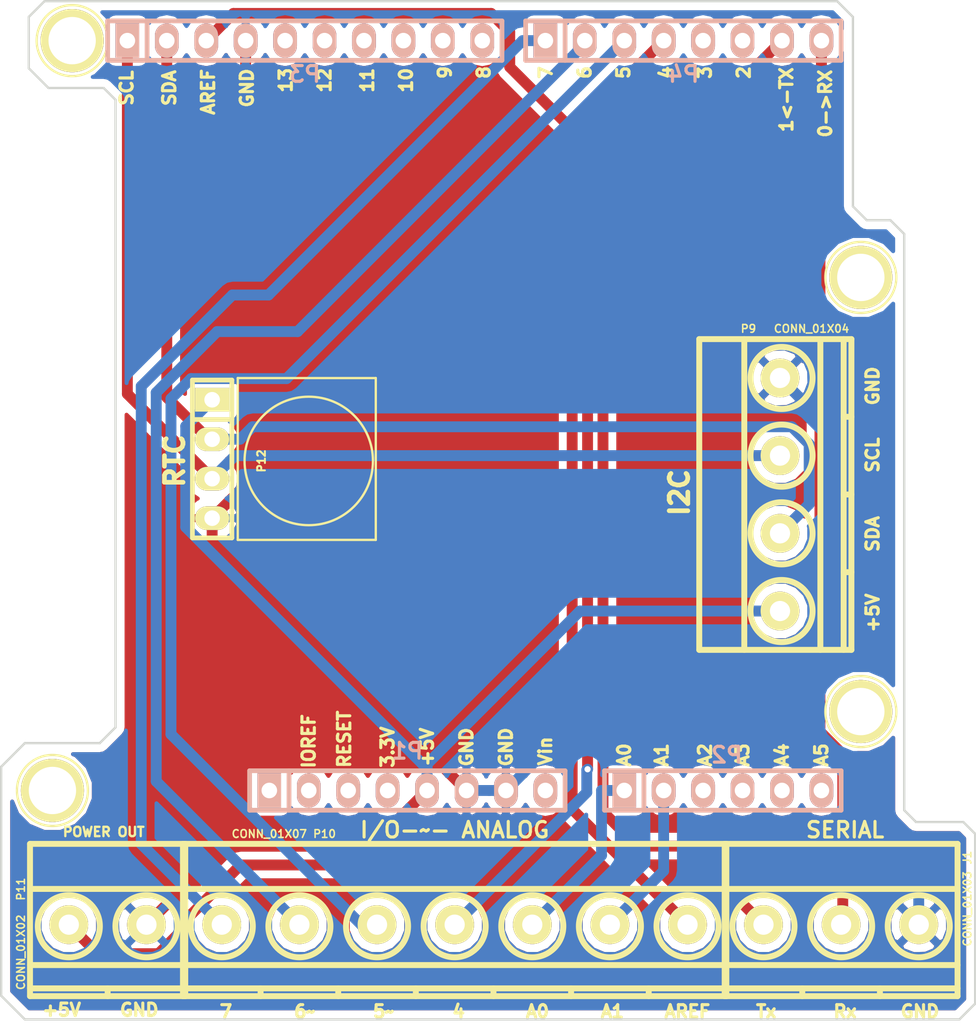
<source format=kicad_pcb>
(kicad_pcb (version 4) (host pcbnew 4.0.6)

  (general
    (links 22)
    (no_connects 0)
    (area 121.590999 72.949999 184.479001 138.632001)
    (thickness 1.6)
    (drawings 82)
    (tracks 93)
    (zones 0)
    (modules 13)
    (nets 14)
  )

  (page A4)
  (title_block
    (date "lun. 30 mars 2015")
  )

  (layers
    (0 F.Cu signal)
    (31 B.Cu signal)
    (32 B.Adhes user)
    (33 F.Adhes user)
    (34 B.Paste user)
    (35 F.Paste user)
    (36 B.SilkS user)
    (37 F.SilkS user)
    (38 B.Mask user)
    (39 F.Mask user)
    (40 Dwgs.User user)
    (41 Cmts.User user)
    (42 Eco1.User user)
    (43 Eco2.User user)
    (44 Edge.Cuts user)
    (45 Margin user)
    (46 B.CrtYd user)
    (47 F.CrtYd user)
    (48 B.Fab user)
    (49 F.Fab user)
  )

  (setup
    (last_trace_width 0.7)
    (trace_clearance 0.25)
    (zone_clearance 0.508)
    (zone_45_only no)
    (trace_min 0.2)
    (segment_width 0.15)
    (edge_width 0.15)
    (via_size 0.6)
    (via_drill 0.4)
    (via_min_size 0.4)
    (via_min_drill 0.3)
    (uvia_size 0.3)
    (uvia_drill 0.1)
    (uvias_allowed no)
    (uvia_min_size 0.2)
    (uvia_min_drill 0.1)
    (pcb_text_width 0.3)
    (pcb_text_size 1.5 1.5)
    (mod_edge_width 0.15)
    (mod_text_size 1 1)
    (mod_text_width 0.15)
    (pad_size 4.064 4.064)
    (pad_drill 3.048)
    (pad_to_mask_clearance 0)
    (aux_axis_origin 110.998 126.365)
    (visible_elements 7FFFFFFF)
    (pcbplotparams
      (layerselection 0x010f0_80000001)
      (usegerberextensions false)
      (excludeedgelayer true)
      (linewidth 0.100000)
      (plotframeref false)
      (viasonmask false)
      (mode 1)
      (useauxorigin false)
      (hpglpennumber 1)
      (hpglpenspeed 20)
      (hpglpendiameter 15)
      (hpglpenoverlay 2)
      (psnegative false)
      (psa4output false)
      (plotreference true)
      (plotvalue true)
      (plotinvisibletext false)
      (padsonsilk false)
      (subtractmaskfromsilk false)
      (outputformat 1)
      (mirror false)
      (drillshape 0)
      (scaleselection 1)
      (outputdirectory Gerbers/))
  )

  (net 0 "")
  (net 1 +5V)
  (net 2 GND)
  (net 3 "/(SCL)")
  (net 4 "/(SDA)")
  (net 5 /AREF)
  (net 6 /7)
  (net 7 "/6(**)")
  (net 8 "/5(**)")
  (net 9 /4)
  (net 10 /A0)
  (net 11 /A1)
  (net 12 "/1(Tx)")
  (net 13 "/0(Rx)")

  (net_class Default "This is the default net class."
    (clearance 0.25)
    (trace_width 0.7)
    (via_dia 0.6)
    (via_drill 0.4)
    (uvia_dia 0.3)
    (uvia_drill 0.1)
    (add_net +5V)
    (add_net "/(SCL)")
    (add_net "/(SDA)")
    (add_net "/0(Rx)")
    (add_net "/1(Tx)")
    (add_net /4)
    (add_net "/5(**)")
    (add_net "/6(**)")
    (add_net /7)
    (add_net /A0)
    (add_net /A1)
    (add_net /AREF)
    (add_net GND)
  )

  (module Socket_Arduino_Uno:Arduino_1pin locked (layer F.Cu) (tedit 5ADA02D7) (tstamp 5524FC4E)
    (at 177.038 90.805)
    (descr "module 1 pin (ou trou mecanique de percage)")
    (tags DEV)
    (path /56D712DB)
    (fp_text reference P8 (at -3.048 0.254) (layer F.SilkS) hide
      (effects (font (size 0.5 0.5) (thickness 0.1)))
    )
    (fp_text value CONN_01X01 (at -4.29 -1.94) (layer F.Fab) hide
      (effects (font (size 0.5 0.5) (thickness 0.125)))
    )
    (fp_circle (center 0 0) (end 0 -2.286) (layer F.SilkS) (width 0.15))
    (pad 1 thru_hole circle (at 0 0) (size 4.064 4.064) (drill 3.048) (layers *.Cu *.Mask F.SilkS))
  )

  (module Socket_Arduino_Uno:Arduino_1pin locked (layer F.Cu) (tedit 5ADA0733) (tstamp 5524FC44)
    (at 177.038 118.745)
    (descr "module 1 pin (ou trou mecanique de percage)")
    (tags DEV)
    (path /56D71274)
    (fp_text reference P6 (at -3.302 -0.508) (layer F.SilkS) hide
      (effects (font (size 0.5 0.5) (thickness 0.1)))
    )
    (fp_text value CONN_01X01 (at -4.29 -2.13) (layer F.Fab) hide
      (effects (font (size 0.5 0.5) (thickness 0.125)))
    )
    (fp_circle (center 0 0) (end 0 -2.286) (layer F.SilkS) (width 0.15))
    (pad 1 thru_hole circle (at 0 0) (size 4.064 4.064) (drill 3.048) (layers *.Cu *.Mask F.SilkS))
  )

  (module w_conn_mkds:mkds_1,5-7 (layer F.Cu) (tedit 5ADA1A0F) (tstamp 58E56A56)
    (at 150.876 132.461)
    (descr "7-way 5mm pitch terminal block, Phoenix MKDS series")
    (path /58E586E5)
    (fp_text reference P10 (at -8.382 -5.842) (layer F.SilkS)
      (effects (font (size 0.5 0.5) (thickness 0.1)))
    )
    (fp_text value CONN_01X07 (at -11.938 -5.842) (layer F.SilkS)
      (effects (font (size 0.5 0.5) (thickness 0.1)))
    )
    (fp_line (start 12.5 4.1) (end 12.5 4.6) (layer F.SilkS) (width 0.381))
    (fp_circle (center 15 0.1) (end 13 0.1) (layer F.SilkS) (width 0.381))
    (fp_circle (center 10 0.1) (end 8 0.1) (layer F.SilkS) (width 0.381))
    (fp_line (start 7.5 4.1) (end 7.5 4.6) (layer F.SilkS) (width 0.381))
    (fp_line (start 2.5 4.1) (end 2.5 4.6) (layer F.SilkS) (width 0.381))
    (fp_circle (center 5 0.1) (end 3 0.1) (layer F.SilkS) (width 0.381))
    (fp_line (start -2.5 4.1) (end -2.5 4.6) (layer F.SilkS) (width 0.381))
    (fp_circle (center 0 0.1) (end -2 0.1) (layer F.SilkS) (width 0.381))
    (fp_circle (center -5 0.1) (end -7 0.1) (layer F.SilkS) (width 0.381))
    (fp_line (start -7.5 4.1) (end -7.5 4.6) (layer F.SilkS) (width 0.381))
    (fp_line (start -12.5 4.1) (end -12.5 4.6) (layer F.SilkS) (width 0.381))
    (fp_circle (center -10 0.1) (end -12 0.1) (layer F.SilkS) (width 0.381))
    (fp_circle (center -15 0.1) (end -13 0.1) (layer F.SilkS) (width 0.381))
    (fp_line (start -17.5 2.6) (end 17.5 2.6) (layer F.SilkS) (width 0.381))
    (fp_line (start -17.5 -2.3) (end 17.5 -2.3) (layer F.SilkS) (width 0.381))
    (fp_line (start -17.5 4.1) (end 17.5 4.1) (layer F.SilkS) (width 0.381))
    (fp_line (start -17.5 4.6) (end 17.5 4.6) (layer F.SilkS) (width 0.381))
    (fp_line (start 17.5 4.6) (end 17.5 -5.2) (layer F.SilkS) (width 0.381))
    (fp_line (start 17.5 -5.2) (end -17.5 -5.2) (layer F.SilkS) (width 0.381))
    (fp_line (start -17.5 -5.2) (end -17.5 4.6) (layer F.SilkS) (width 0.381))
    (pad 7 thru_hole circle (at 15 0) (size 2.5 2.5) (drill 1.3) (layers *.Cu *.Mask F.SilkS)
      (net 5 /AREF))
    (pad 6 thru_hole circle (at 10 0) (size 2.5 2.5) (drill 1.3) (layers *.Cu *.Mask F.SilkS)
      (net 11 /A1))
    (pad 5 thru_hole circle (at 5 0) (size 2.5 2.5) (drill 1.3) (layers *.Cu *.Mask F.SilkS)
      (net 10 /A0))
    (pad 4 thru_hole circle (at 0 0) (size 2.5 2.5) (drill 1.3) (layers *.Cu *.Mask F.SilkS)
      (net 9 /4))
    (pad 3 thru_hole circle (at -5 0) (size 2.5 2.5) (drill 1.3) (layers *.Cu *.Mask F.SilkS)
      (net 8 "/5(**)"))
    (pad 1 thru_hole circle (at -15 0) (size 2.5 2.5) (drill 1.3) (layers *.Cu *.Mask F.SilkS)
      (net 6 /7))
    (pad 2 thru_hole circle (at -10 0) (size 2.5 2.5) (drill 1.3) (layers *.Cu *.Mask F.SilkS)
      (net 7 "/6(**)"))
    (model walter/conn_mkds/mkds_1,5-7.wrl
      (at (xyz 0 0 0))
      (scale (xyz 1 1 1))
      (rotate (xyz 0 0 0))
    )
  )

  (module Socket_Arduino_Uno:Arduino_1pin locked (layer F.Cu) (tedit 5AD9FF04) (tstamp 5524FC3F)
    (at 124.968 123.825)
    (descr "module 1 pin (ou trou mecanique de percage)")
    (tags DEV)
    (path /56D71177)
    (fp_text reference P5 (at 2.032 -2.286) (layer F.SilkS) hide
      (effects (font (size 0.5 0.5) (thickness 0.1)))
    )
    (fp_text value CONN_01X01 (at -2.794 0.762 90) (layer F.Fab) hide
      (effects (font (size 0.5 0.5) (thickness 0.1)))
    )
    (fp_circle (center 0 0) (end 0 -2.286) (layer F.SilkS) (width 0.15))
    (pad 1 thru_hole circle (at 0 0) (size 4.064 4.064) (drill 3.048) (layers *.Cu *.Mask F.SilkS))
  )

  (module Socket_Arduino_Uno:Arduino_1pin locked (layer F.Cu) (tedit 5ADA15D9) (tstamp 5524FC49)
    (at 126.238 75.565)
    (descr "module 1 pin (ou trou mecanique de percage)")
    (tags DEV)
    (path /56D712A8)
    (fp_text reference P7 (at 1.524 2.54) (layer F.SilkS) hide
      (effects (font (size 0.5 0.5) (thickness 0.1)))
    )
    (fp_text value CONN_01X01 (at 4.064 -2.032) (layer F.Fab) hide
      (effects (font (size 0.5 0.5) (thickness 0.125)))
    )
    (fp_circle (center 0 0) (end 0 -2.286) (layer F.SilkS) (width 0.15))
    (pad 1 thru_hole circle (at 0 0) (size 4.064 4.064) (drill 3.048) (layers *.Cu *.Mask F.SilkS))
  )

  (module w_conn_mkds:mkds_1,5-4 (layer F.Cu) (tedit 5ADA1A5B) (tstamp 58E56A4B)
    (at 171.831 104.775 90)
    (descr "4-way 5mm pitch terminal block, Phoenix MKDS series")
    (path /58E5681A)
    (fp_text reference P9 (at 10.668 -2.032 180) (layer F.SilkS)
      (effects (font (size 0.5 0.5) (thickness 0.1)))
    )
    (fp_text value CONN_01X04 (at 10.668 2.032 180) (layer F.SilkS)
      (effects (font (size 0.5 0.5) (thickness 0.1)))
    )
    (fp_line (start 5 4.1) (end 5 4.6) (layer F.SilkS) (width 0.381))
    (fp_circle (center 7.5 0.1) (end 5.5 0.1) (layer F.SilkS) (width 0.381))
    (fp_circle (center 2.5 0.1) (end 0.5 0.1) (layer F.SilkS) (width 0.381))
    (fp_line (start 0 4.1) (end 0 4.6) (layer F.SilkS) (width 0.381))
    (fp_line (start -5 4.1) (end -5 4.6) (layer F.SilkS) (width 0.381))
    (fp_circle (center -2.5 0.1) (end -4.5 0.1) (layer F.SilkS) (width 0.381))
    (fp_circle (center -7.5 0.1) (end -5.5 0.1) (layer F.SilkS) (width 0.381))
    (fp_line (start -10 2.6) (end 10 2.6) (layer F.SilkS) (width 0.381))
    (fp_line (start -10 -2.3) (end 10 -2.3) (layer F.SilkS) (width 0.381))
    (fp_line (start -10 4.1) (end 10 4.1) (layer F.SilkS) (width 0.381))
    (fp_line (start -10 4.6) (end 10 4.6) (layer F.SilkS) (width 0.381))
    (fp_line (start 10 4.6) (end 10 -5.2) (layer F.SilkS) (width 0.381))
    (fp_line (start 10 -5.2) (end -10 -5.2) (layer F.SilkS) (width 0.381))
    (fp_line (start -10 -5.2) (end -10 4.6) (layer F.SilkS) (width 0.381))
    (pad 4 thru_hole circle (at 7.5 0 90) (size 2.5 2.5) (drill 1.3) (layers *.Cu *.Mask F.SilkS)
      (net 2 GND))
    (pad 3 thru_hole circle (at 2.5 0 90) (size 2.5 2.5) (drill 1.3) (layers *.Cu *.Mask F.SilkS)
      (net 3 "/(SCL)"))
    (pad 1 thru_hole circle (at -7.5 0 90) (size 2.5 2.5) (drill 1.3) (layers *.Cu *.Mask F.SilkS)
      (net 1 +5V))
    (pad 2 thru_hole circle (at -2.5 0 90) (size 2.5 2.5) (drill 1.3) (layers *.Cu *.Mask F.SilkS)
      (net 4 "/(SDA)"))
    (model walter/conn_mkds/mkds_1,5-4.wrl
      (at (xyz 0 0 0))
      (scale (xyz 1 1 1))
      (rotate (xyz 0 0 0))
    )
  )

  (module w_conn_mkds:mkds_1,5-2 (layer F.Cu) (tedit 5ADA1A01) (tstamp 58E56A5C)
    (at 128.524 132.461)
    (descr "2-way 5mm pitch terminal block, Phoenix MKDS series")
    (path /58E58511)
    (fp_text reference P11 (at -5.588 -2.286 90) (layer F.SilkS)
      (effects (font (size 0.5 0.5) (thickness 0.1)))
    )
    (fp_text value CONN_01X02 (at -5.588 1.778 90) (layer F.SilkS)
      (effects (font (size 0.5 0.5) (thickness 0.1)))
    )
    (fp_line (start 0 4.1) (end 0 4.6) (layer F.SilkS) (width 0.381))
    (fp_circle (center 2.5 0.1) (end 0.5 0.1) (layer F.SilkS) (width 0.381))
    (fp_circle (center -2.5 0.1) (end -0.5 0.1) (layer F.SilkS) (width 0.381))
    (fp_line (start -5 2.6) (end 5 2.6) (layer F.SilkS) (width 0.381))
    (fp_line (start -5 -2.3) (end 5 -2.3) (layer F.SilkS) (width 0.381))
    (fp_line (start -5 4.1) (end 5 4.1) (layer F.SilkS) (width 0.381))
    (fp_line (start -5 4.6) (end 5 4.6) (layer F.SilkS) (width 0.381))
    (fp_line (start 5 4.6) (end 5 -5.2) (layer F.SilkS) (width 0.381))
    (fp_line (start 5 -5.2) (end -5 -5.2) (layer F.SilkS) (width 0.381))
    (fp_line (start -5 -5.2) (end -5 4.6) (layer F.SilkS) (width 0.381))
    (pad 1 thru_hole circle (at -2.5 0) (size 2.5 2.5) (drill 1.3) (layers *.Cu *.Mask F.SilkS)
      (net 1 +5V))
    (pad 2 thru_hole circle (at 2.5 0) (size 2.5 2.5) (drill 1.3) (layers *.Cu *.Mask F.SilkS)
      (net 2 GND))
    (model walter/conn_mkds/mkds_1,5-2.wrl
      (at (xyz 0 0 0))
      (scale (xyz 1 1 1))
      (rotate (xyz 0 0 0))
    )
  )

  (module w_pin_strip:pin_strip_10 (layer B.Cu) (tedit 0) (tstamp 5ACD4C39)
    (at 141.224 75.565)
    (descr "Pin strip 10pin")
    (tags "CONN DEV")
    (path /56D721E0)
    (fp_text reference P3 (at 0 2.159) (layer B.SilkS)
      (effects (font (size 1.016 1.016) (thickness 0.2032)) (justify mirror))
    )
    (fp_text value Digital (at 0.254 3.556) (layer B.SilkS) hide
      (effects (font (size 1.016 0.889) (thickness 0.2032)) (justify mirror))
    )
    (fp_line (start -10.16 1.27) (end -10.16 -1.27) (layer B.SilkS) (width 0.3048))
    (fp_line (start -12.7 1.27) (end 12.7 1.27) (layer B.SilkS) (width 0.3048))
    (fp_line (start 12.7 1.27) (end 12.7 -1.27) (layer B.SilkS) (width 0.3048))
    (fp_line (start 12.7 -1.27) (end -12.7 -1.27) (layer B.SilkS) (width 0.3048))
    (fp_line (start -12.7 -1.27) (end -12.7 1.27) (layer B.SilkS) (width 0.3048))
    (pad 1 thru_hole rect (at -11.43 0) (size 1.524 2.19964) (drill 1.00076) (layers *.Cu *.Mask B.SilkS)
      (net 3 "/(SCL)"))
    (pad 2 thru_hole oval (at -8.89 0) (size 1.524 2.19964) (drill 1.00076) (layers *.Cu *.Mask B.SilkS)
      (net 4 "/(SDA)"))
    (pad 3 thru_hole oval (at -6.35 0) (size 1.524 2.19964) (drill 1.00076) (layers *.Cu *.Mask B.SilkS)
      (net 5 /AREF))
    (pad 4 thru_hole oval (at -3.81 0) (size 1.524 2.19964) (drill 1.00076) (layers *.Cu *.Mask B.SilkS)
      (net 2 GND))
    (pad 5 thru_hole oval (at -1.27 0) (size 1.524 2.19964) (drill 1.00076) (layers *.Cu *.Mask B.SilkS))
    (pad 6 thru_hole oval (at 1.27 0) (size 1.524 2.19964) (drill 1.00076) (layers *.Cu *.Mask B.SilkS))
    (pad 7 thru_hole oval (at 3.81 0) (size 1.524 2.19964) (drill 1.00076) (layers *.Cu *.Mask B.SilkS))
    (pad 8 thru_hole oval (at 6.35 0) (size 1.524 2.19964) (drill 1.00076) (layers *.Cu *.Mask B.SilkS))
    (pad 9 thru_hole oval (at 8.89 0) (size 1.524 2.19964) (drill 1.00076) (layers *.Cu *.Mask B.SilkS))
    (pad 10 thru_hole oval (at 11.43 0) (size 1.524 2.19964) (drill 1.00076) (layers *.Cu *.Mask B.SilkS))
    (model walter/pin_strip/pin_strip_10.wrl
      (at (xyz 0 0 0))
      (scale (xyz 1 1 1))
      (rotate (xyz 0 0 0))
    )
  )

  (module w_pin_strip:pin_strip_8 (layer B.Cu) (tedit 5AD9FBF4) (tstamp 5AD8BDA1)
    (at 147.828 123.825)
    (descr "Pin strip 8pin")
    (tags "CONN DEV")
    (path /56D70129)
    (fp_text reference P1 (at 0 -2.54) (layer B.SilkS)
      (effects (font (size 1.016 1.016) (thickness 0.2032)) (justify mirror))
    )
    (fp_text value Power (at 0.254 -4.064) (layer B.SilkS) hide
      (effects (font (size 1.016 0.889) (thickness 0.2032)) (justify mirror))
    )
    (fp_line (start -7.62 1.27) (end -7.62 -1.27) (layer B.SilkS) (width 0.3048))
    (fp_line (start -10.16 1.27) (end 10.16 1.27) (layer B.SilkS) (width 0.3048))
    (fp_line (start 10.16 1.27) (end 10.16 -1.27) (layer B.SilkS) (width 0.3048))
    (fp_line (start 10.16 -1.27) (end -10.16 -1.27) (layer B.SilkS) (width 0.3048))
    (fp_line (start -10.16 -1.27) (end -10.16 1.27) (layer B.SilkS) (width 0.3048))
    (pad 1 thru_hole rect (at -8.89 0) (size 1.524 2.19964) (drill 1.00076) (layers *.Cu *.Mask B.SilkS))
    (pad 2 thru_hole oval (at -6.35 0) (size 1.524 2.19964) (drill 1.00076) (layers *.Cu *.Mask B.SilkS))
    (pad 3 thru_hole oval (at -3.81 0) (size 1.524 2.19964) (drill 1.00076) (layers *.Cu *.Mask B.SilkS))
    (pad 4 thru_hole oval (at -1.27 0) (size 1.524 2.19964) (drill 1.00076) (layers *.Cu *.Mask B.SilkS))
    (pad 5 thru_hole oval (at 1.27 0) (size 1.524 2.19964) (drill 1.00076) (layers *.Cu *.Mask B.SilkS)
      (net 1 +5V))
    (pad 6 thru_hole oval (at 3.81 0) (size 1.524 2.19964) (drill 1.00076) (layers *.Cu *.Mask B.SilkS)
      (net 2 GND))
    (pad 7 thru_hole oval (at 6.35 0) (size 1.524 2.19964) (drill 1.00076) (layers *.Cu *.Mask B.SilkS)
      (net 2 GND))
    (pad 8 thru_hole oval (at 8.89 0) (size 1.524 2.19964) (drill 1.00076) (layers *.Cu *.Mask B.SilkS))
    (model walter/pin_strip/pin_strip_8.wrl
      (at (xyz 0 0 0))
      (scale (xyz 1 1 1))
      (rotate (xyz 0 0 0))
    )
  )

  (module w_pin_strip:pin_strip_6 (layer B.Cu) (tedit 5AD9FBFA) (tstamp 5AD8BDAC)
    (at 168.148 123.825)
    (descr "Pin strip 6pin")
    (tags "CONN DEV")
    (path /56D70DD8)
    (fp_text reference P2 (at 0.254 -2.286) (layer B.SilkS)
      (effects (font (size 1.016 1.016) (thickness 0.2032)) (justify mirror))
    )
    (fp_text value Analog (at 0 -3.81) (layer B.SilkS) hide
      (effects (font (size 1.016 0.889) (thickness 0.2032)) (justify mirror))
    )
    (fp_line (start -5.08 1.27) (end -5.08 -1.27) (layer B.SilkS) (width 0.3048))
    (fp_line (start -7.62 -1.27) (end -7.62 1.27) (layer B.SilkS) (width 0.3048))
    (fp_line (start -7.62 1.27) (end 7.62 1.27) (layer B.SilkS) (width 0.3048))
    (fp_line (start 7.62 1.27) (end 7.62 -1.27) (layer B.SilkS) (width 0.3048))
    (fp_line (start 7.62 -1.27) (end -7.62 -1.27) (layer B.SilkS) (width 0.3048))
    (pad 1 thru_hole rect (at -6.35 0) (size 1.524 2.19964) (drill 1.00076) (layers *.Cu *.Mask B.SilkS)
      (net 10 /A0))
    (pad 2 thru_hole oval (at -3.81 0) (size 1.524 2.19964) (drill 1.00076) (layers *.Cu *.Mask B.SilkS)
      (net 11 /A1))
    (pad 3 thru_hole oval (at -1.27 0) (size 1.524 2.19964) (drill 1.00076) (layers *.Cu *.Mask B.SilkS))
    (pad 4 thru_hole oval (at 1.27 0) (size 1.524 2.19964) (drill 1.00076) (layers *.Cu *.Mask B.SilkS))
    (pad 5 thru_hole oval (at 3.81 0) (size 1.524 2.19964) (drill 1.00076) (layers *.Cu *.Mask B.SilkS))
    (pad 6 thru_hole oval (at 6.35 0) (size 1.524 2.19964) (drill 1.00076) (layers *.Cu *.Mask B.SilkS))
    (model walter/pin_strip/pin_strip_6.wrl
      (at (xyz 0 0 0))
      (scale (xyz 1 1 1))
      (rotate (xyz 0 0 0))
    )
  )

  (module w_pin_strip:pin_strip_8 (layer B.Cu) (tedit 0) (tstamp 5AD8BE35)
    (at 165.608 75.565)
    (descr "Pin strip 8pin")
    (tags "CONN DEV")
    (path /56D7164F)
    (fp_text reference P4 (at 0 2.159) (layer B.SilkS)
      (effects (font (size 1.016 1.016) (thickness 0.2032)) (justify mirror))
    )
    (fp_text value Digital (at 0.254 3.556) (layer B.SilkS) hide
      (effects (font (size 1.016 0.889) (thickness 0.2032)) (justify mirror))
    )
    (fp_line (start -7.62 1.27) (end -7.62 -1.27) (layer B.SilkS) (width 0.3048))
    (fp_line (start -10.16 1.27) (end 10.16 1.27) (layer B.SilkS) (width 0.3048))
    (fp_line (start 10.16 1.27) (end 10.16 -1.27) (layer B.SilkS) (width 0.3048))
    (fp_line (start 10.16 -1.27) (end -10.16 -1.27) (layer B.SilkS) (width 0.3048))
    (fp_line (start -10.16 -1.27) (end -10.16 1.27) (layer B.SilkS) (width 0.3048))
    (pad 1 thru_hole rect (at -8.89 0) (size 1.524 2.19964) (drill 1.00076) (layers *.Cu *.Mask B.SilkS)
      (net 6 /7))
    (pad 2 thru_hole oval (at -6.35 0) (size 1.524 2.19964) (drill 1.00076) (layers *.Cu *.Mask B.SilkS)
      (net 7 "/6(**)"))
    (pad 3 thru_hole oval (at -3.81 0) (size 1.524 2.19964) (drill 1.00076) (layers *.Cu *.Mask B.SilkS)
      (net 8 "/5(**)"))
    (pad 4 thru_hole oval (at -1.27 0) (size 1.524 2.19964) (drill 1.00076) (layers *.Cu *.Mask B.SilkS)
      (net 9 /4))
    (pad 5 thru_hole oval (at 1.27 0) (size 1.524 2.19964) (drill 1.00076) (layers *.Cu *.Mask B.SilkS))
    (pad 6 thru_hole oval (at 3.81 0) (size 1.524 2.19964) (drill 1.00076) (layers *.Cu *.Mask B.SilkS))
    (pad 7 thru_hole oval (at 6.35 0) (size 1.524 2.19964) (drill 1.00076) (layers *.Cu *.Mask B.SilkS)
      (net 12 "/1(Tx)"))
    (pad 8 thru_hole oval (at 8.89 0) (size 1.524 2.19964) (drill 1.00076) (layers *.Cu *.Mask B.SilkS)
      (net 13 "/0(Rx)"))
    (model walter/pin_strip/pin_strip_8.wrl
      (at (xyz 0 0 0))
      (scale (xyz 1 1 1))
      (rotate (xyz 0 0 0))
    )
  )

  (module w_conn_mkds:mkds_1,5-3 (layer F.Cu) (tedit 5ADA1A1F) (tstamp 5ADA01D5)
    (at 175.768 132.461)
    (descr "3-way 5mm pitch terminal block, Phoenix MKDS series")
    (path /5ADA020B)
    (fp_text reference J1 (at 8.128 -4.318 90) (layer F.SilkS)
      (effects (font (size 0.5 0.5) (thickness 0.1)))
    )
    (fp_text value CONN_01X03 (at 8.128 -1.016 90) (layer F.SilkS)
      (effects (font (size 0.5 0.5) (thickness 0.1)))
    )
    (fp_circle (center 5 0.1) (end 3 0.1) (layer F.SilkS) (width 0.381))
    (fp_line (start 2.5 4.1) (end 2.5 4.6) (layer F.SilkS) (width 0.381))
    (fp_line (start -2.5 4.1) (end -2.5 4.6) (layer F.SilkS) (width 0.381))
    (fp_circle (center 0 0.1) (end -2 0.1) (layer F.SilkS) (width 0.381))
    (fp_circle (center -5 0.1) (end -3 0.1) (layer F.SilkS) (width 0.381))
    (fp_line (start -7.5 2.6) (end 7.5 2.6) (layer F.SilkS) (width 0.381))
    (fp_line (start -7.5 -2.3) (end 7.5 -2.3) (layer F.SilkS) (width 0.381))
    (fp_line (start -7.5 4.1) (end 7.5 4.1) (layer F.SilkS) (width 0.381))
    (fp_line (start -7.5 4.6) (end 7.5 4.6) (layer F.SilkS) (width 0.381))
    (fp_line (start 7.5 4.6) (end 7.5 -5.2) (layer F.SilkS) (width 0.381))
    (fp_line (start 7.5 -5.2) (end -7.5 -5.2) (layer F.SilkS) (width 0.381))
    (fp_line (start -7.5 -5.2) (end -7.5 4.6) (layer F.SilkS) (width 0.381))
    (pad 3 thru_hole circle (at 5 0) (size 2.5 2.5) (drill 1.3) (layers *.Cu *.Mask F.SilkS)
      (net 2 GND))
    (pad 1 thru_hole circle (at -5 0) (size 2.5 2.5) (drill 1.3) (layers *.Cu *.Mask F.SilkS)
      (net 12 "/1(Tx)"))
    (pad 2 thru_hole circle (at 0 0) (size 2.5 2.5) (drill 1.3) (layers *.Cu *.Mask F.SilkS)
      (net 13 "/0(Rx)"))
    (model walter/conn_mkds/mkds_1,5-3.wrl
      (at (xyz 0 0 0))
      (scale (xyz 1 1 1))
      (rotate (xyz 0 0 0))
    )
  )

  (module w_pin_strip:pin_socket_4 (layer F.Cu) (tedit 5B02F977) (tstamp 5B02F77F)
    (at 135.255 102.489 270)
    (descr "Pin socket 4pin")
    (tags "CONN DEV")
    (path /5B02F92D)
    (fp_text reference P12 (at 0.127 -3.175 270) (layer F.SilkS)
      (effects (font (size 0.5 0.5) (thickness 0.125)))
    )
    (fp_text value CONN_01X04 (at 0.381 -4.445 270) (layer F.SilkS) hide
      (effects (font (size 0.5 0.5) (thickness 0.125)))
    )
    (fp_line (start -2.54 -1.27) (end -2.54 1.27) (layer F.SilkS) (width 0.3048))
    (fp_line (start 5.08 1.27) (end -5.08 1.27) (layer F.SilkS) (width 0.3048))
    (fp_line (start -5.08 -1.27) (end 5.08 -1.27) (layer F.SilkS) (width 0.3048))
    (fp_line (start -5.08 1.27) (end -5.08 -1.27) (layer F.SilkS) (width 0.3048))
    (fp_line (start 5.08 -1.27) (end 5.08 1.27) (layer F.SilkS) (width 0.3048))
    (pad 1 thru_hole rect (at -3.81 0 270) (size 1.524 2.19964) (drill 1.00076) (layers *.Cu *.Mask F.SilkS)
      (net 1 +5V))
    (pad 2 thru_hole oval (at -1.27 0 270) (size 1.524 2.19964) (drill 1.00076) (layers *.Cu *.Mask F.SilkS)
      (net 4 "/(SDA)"))
    (pad 3 thru_hole oval (at 1.27 0 270) (size 1.524 2.19964) (drill 1.00076) (layers *.Cu *.Mask F.SilkS)
      (net 3 "/(SCL)"))
    (pad 4 thru_hole oval (at 3.81 0 270) (size 1.524 2.19964) (drill 1.00076) (layers *.Cu *.Mask F.SilkS)
      (net 2 GND))
    (model walter/pin_strip/pin_socket_4.wrl
      (at (xyz 0 0 0))
      (scale (xyz 1 1 1))
      (rotate (xyz 0 0 0))
    )
  )

  (gr_line (start 145.796 97.282) (end 136.906 97.282) (angle 90) (layer F.SilkS) (width 0.15))
  (gr_line (start 145.796 107.696) (end 145.796 97.282) (angle 90) (layer F.SilkS) (width 0.15))
  (gr_line (start 136.906 107.696) (end 145.796 107.696) (angle 90) (layer F.SilkS) (width 0.15))
  (gr_line (start 136.906 97.282) (end 136.906 107.696) (angle 90) (layer F.SilkS) (width 0.15))
  (gr_circle (center 141.478 102.616) (end 145.542 103.378) (layer F.SilkS) (width 0.15))
  (gr_text RTC (at 132.842 102.616 90) (layer F.SilkS)
    (effects (font (size 1.2 1.2) (thickness 0.3)))
  )
  (gr_line (start 179.832 88.011) (end 179.832 125.095) (angle 90) (layer Edge.Cuts) (width 0.15))
  (gr_line (start 178.943 87.122) (end 179.832 88.011) (angle 90) (layer Edge.Cuts) (width 0.15))
  (gr_line (start 177.419 87.122) (end 178.943 87.122) (angle 90) (layer Edge.Cuts) (width 0.15))
  (gr_line (start 176.53 86.233) (end 177.419 87.122) (angle 90) (layer Edge.Cuts) (width 0.15))
  (gr_line (start 176.53 74.041) (end 176.53 86.233) (angle 90) (layer Edge.Cuts) (width 0.15))
  (gr_text SERIAL (at 176.022 126.365) (layer F.SilkS)
    (effects (font (size 1 1) (thickness 0.2)))
  )
  (gr_text "I/O-~~- ANALOG" (at 150.876 126.365) (layer F.SilkS)
    (effects (font (size 1 1) (thickness 0.2)))
  )
  (gr_text "POWER OUT" (at 128.27 126.492) (layer F.SilkS)
    (effects (font (size 0.6 0.6) (thickness 0.15)))
  )
  (gr_text "I2C\n" (at 165.354 104.648 90) (layer F.SilkS)
    (effects (font (size 1.2 1.2) (thickness 0.3)))
  )
  (gr_line (start 128.016 120.777) (end 123.19 120.777) (angle 90) (layer Edge.Cuts) (width 0.15))
  (gr_line (start 129.032 119.761) (end 128.016 120.777) (angle 90) (layer Edge.Cuts) (width 0.15))
  (gr_line (start 129.032 79.375) (end 129.032 119.761) (angle 90) (layer Edge.Cuts) (width 0.15))
  (gr_line (start 128.27 78.613) (end 129.032 79.375) (angle 90) (layer Edge.Cuts) (width 0.15))
  (gr_line (start 123.444 77.343) (end 123.444 74.041) (angle 90) (layer Edge.Cuts) (width 0.15))
  (gr_line (start 124.714 78.613) (end 123.444 77.343) (angle 90) (layer Edge.Cuts) (width 0.15))
  (gr_line (start 128.27 78.613) (end 124.714 78.613) (angle 90) (layer Edge.Cuts) (width 0.15))
  (gr_text Tx (at 170.942 138.049) (layer F.SilkS)
    (effects (font (size 0.8 0.8) (thickness 0.2)))
  )
  (gr_text GND (at 180.848 138.049) (layer F.SilkS)
    (effects (font (size 0.8 0.8) (thickness 0.2)))
  )
  (gr_text "Rx\n" (at 176.022 138.049) (layer F.SilkS)
    (effects (font (size 0.8 0.8) (thickness 0.2)))
  )
  (gr_line (start 180.594 125.857) (end 179.832 125.095) (angle 90) (layer Edge.Cuts) (width 0.15))
  (gr_line (start 183.642 125.857) (end 180.594 125.857) (angle 90) (layer Edge.Cuts) (width 0.15))
  (gr_line (start 183.388 138.557) (end 175.768 138.557) (angle 90) (layer Edge.Cuts) (width 0.15))
  (gr_line (start 184.404 137.541) (end 183.388 138.557) (angle 90) (layer Edge.Cuts) (width 0.15))
  (gr_line (start 184.404 126.619) (end 184.404 137.541) (angle 90) (layer Edge.Cuts) (width 0.15))
  (gr_line (start 183.642 125.857) (end 184.404 126.619) (angle 90) (layer Edge.Cuts) (width 0.15))
  (gr_line (start 175.514 73.025) (end 176.53 74.041) (angle 90) (layer Edge.Cuts) (width 0.15))
  (gr_line (start 175.768 138.557) (end 123.19 138.557) (angle 90) (layer Edge.Cuts) (width 0.15))
  (gr_line (start 123.19 138.557) (end 121.666 137.033) (angle 90) (layer Edge.Cuts) (width 0.15))
  (gr_line (start 124.46 73.025) (end 175.514 73.025) (angle 90) (layer Edge.Cuts) (width 0.15))
  (gr_line (start 123.444 74.041) (end 124.46 73.025) (angle 90) (layer Edge.Cuts) (width 0.15))
  (gr_line (start 121.666 137.033) (end 121.666 122.301) (angle 90) (layer Edge.Cuts) (width 0.15))
  (gr_line (start 121.666 122.301) (end 123.19 120.777) (angle 90) (layer Edge.Cuts) (width 0.15))
  (gr_text 0->RX (at 174.748 79.615 90) (layer F.SilkS)
    (effects (font (size 0.8 0.8) (thickness 0.2)))
  )
  (gr_text 1<-TX (at 172.248 79.365 90) (layer F.SilkS)
    (effects (font (size 0.8 0.8) (thickness 0.2)))
  )
  (gr_text 2 (at 169.498 77.615 90) (layer F.SilkS)
    (effects (font (size 0.8 0.8) (thickness 0.2)))
  )
  (gr_text 3 (at 166.998 77.615 90) (layer F.SilkS)
    (effects (font (size 0.8 0.8) (thickness 0.2)))
  )
  (gr_text 4 (at 164.498 77.615 90) (layer F.SilkS)
    (effects (font (size 0.8 0.8) (thickness 0.2)))
  )
  (gr_text 5 (at 161.748 77.615 90) (layer F.SilkS)
    (effects (font (size 0.8 0.8) (thickness 0.2)))
  )
  (gr_text 6 (at 159.248 77.615 90) (layer F.SilkS)
    (effects (font (size 0.8 0.8) (thickness 0.2)))
  )
  (gr_text 7 (at 156.748 77.615 90) (layer F.SilkS)
    (effects (font (size 0.8 0.8) (thickness 0.2)))
  )
  (gr_text 8 (at 152.748 77.615 90) (layer F.SilkS)
    (effects (font (size 0.8 0.8) (thickness 0.2)))
  )
  (gr_text 9~ (at 150.248 77.615 90) (layer F.SilkS)
    (effects (font (size 0.8 0.8) (thickness 0.2)))
  )
  (gr_text 10~ (at 147.748 78.115 90) (layer F.SilkS)
    (effects (font (size 0.8 0.8) (thickness 0.2)))
  )
  (gr_text 11~ (at 145.248 78.115 90) (layer F.SilkS)
    (effects (font (size 0.8 0.8) (thickness 0.2)))
  )
  (gr_text 12 (at 142.498 78.115 90) (layer F.SilkS)
    (effects (font (size 0.8 0.8) (thickness 0.2)))
  )
  (gr_text 13 (at 139.998 78.115 90) (layer F.SilkS)
    (effects (font (size 0.8 0.8) (thickness 0.2)))
  )
  (gr_text GND (at 137.498 78.615 90) (layer F.SilkS)
    (effects (font (size 0.8 0.8) (thickness 0.2)))
  )
  (gr_text AREF (at 134.998 78.865 90) (layer F.SilkS)
    (effects (font (size 0.8 0.8) (thickness 0.2)))
  )
  (gr_text SDA (at 132.498 78.615 90) (layer F.SilkS)
    (effects (font (size 0.8 0.8) (thickness 0.2)))
  )
  (gr_text SCL (at 129.748 78.615 90) (layer F.SilkS)
    (effects (font (size 0.8 0.8) (thickness 0.2)))
  )
  (gr_text A5 (at 174.498 121.539 90) (layer F.SilkS)
    (effects (font (size 0.8 0.8) (thickness 0.2)))
  )
  (gr_text A4 (at 171.958 121.539 90) (layer F.SilkS)
    (effects (font (size 0.8 0.8) (thickness 0.2)))
  )
  (gr_text A3 (at 169.418 121.539 90) (layer F.SilkS)
    (effects (font (size 0.8 0.8) (thickness 0.2)))
  )
  (gr_text A2 (at 167.005 121.539 90) (layer F.SilkS)
    (effects (font (size 0.8 0.8) (thickness 0.2)))
  )
  (gr_text A1 (at 164.211 121.539 90) (layer F.SilkS)
    (effects (font (size 0.8 0.8) (thickness 0.2)))
  )
  (gr_text A0 (at 161.798 121.539 90) (layer F.SilkS)
    (effects (font (size 0.8 0.8) (thickness 0.2)))
  )
  (gr_text Vin (at 156.718 121.285 90) (layer F.SilkS)
    (effects (font (size 0.8 0.8) (thickness 0.2)))
  )
  (gr_text GND (at 154.178 121.031 90) (layer F.SilkS)
    (effects (font (size 0.8 0.8) (thickness 0.2)))
  )
  (gr_text GND (at 151.638 121.031 90) (layer F.SilkS)
    (effects (font (size 0.8 0.8) (thickness 0.2)))
  )
  (gr_text +5V (at 149.098 121.031 90) (layer F.SilkS)
    (effects (font (size 0.8 0.8) (thickness 0.2)))
  )
  (gr_text 3.3V (at 146.558 121.031 90) (layer F.SilkS)
    (effects (font (size 0.8 0.8) (thickness 0.2)))
  )
  (gr_text RESET (at 143.764 120.523 90) (layer F.SilkS)
    (effects (font (size 0.8 0.8) (thickness 0.2)))
  )
  (gr_text IOREF (at 141.478 120.65 90) (layer F.SilkS)
    (effects (font (size 0.8 0.8) (thickness 0.2)))
  )
  (gr_text GND (at 130.561 137.946) (layer F.SilkS)
    (effects (font (size 0.8 0.8) (thickness 0.2)))
  )
  (gr_text +5V (at 125.561 137.946) (layer F.SilkS)
    (effects (font (size 0.8 0.8) (thickness 0.2)))
  )
  (gr_text AREF (at 165.862 138.049) (layer F.SilkS)
    (effects (font (size 0.8 0.8) (thickness 0.2)))
  )
  (gr_text A1 (at 161.036 138.049) (layer F.SilkS)
    (effects (font (size 0.8 0.8) (thickness 0.2)))
  )
  (gr_text A0 (at 156.21 138.049) (layer F.SilkS)
    (effects (font (size 0.8 0.8) (thickness 0.2)))
  )
  (gr_text 4 (at 151.13 138.049) (layer F.SilkS)
    (effects (font (size 0.8 0.8) (thickness 0.2)))
  )
  (gr_text 5~~ (at 146.304 138.049) (layer F.SilkS)
    (effects (font (size 0.8 0.8) (thickness 0.2)))
  )
  (gr_text 6~~ (at 141.224 138.049) (layer F.SilkS)
    (effects (font (size 0.8 0.8) (thickness 0.2)))
  )
  (gr_text 7 (at 136.144 138.049) (layer F.SilkS)
    (effects (font (size 0.8 0.8) (thickness 0.2)))
  )
  (gr_text GND (at 177.8 97.79 90) (layer F.SilkS)
    (effects (font (size 0.8 0.8) (thickness 0.2)))
  )
  (gr_text SCL (at 177.8 102.235 90) (layer F.SilkS)
    (effects (font (size 0.8 0.8) (thickness 0.2)))
  )
  (gr_text SDA (at 177.8 107.315 90) (layer F.SilkS)
    (effects (font (size 0.8 0.8) (thickness 0.2)))
  )
  (gr_text +5V (at 177.8 112.395 90) (layer F.SilkS)
    (effects (font (size 0.8 0.8) (thickness 0.2)))
  )

  (segment (start 149.098 123.825) (end 149.098 122.3125) (width 0.7) (layer B.Cu) (net 1))
  (segment (start 127.8933 134.3303) (end 126.024 132.461) (width 0.7) (layer F.Cu) (net 1))
  (segment (start 131.8004 134.3303) (end 127.8933 134.3303) (width 0.7) (layer F.Cu) (net 1))
  (segment (start 133.1963 132.9344) (end 131.8004 134.3303) (width 0.7) (layer F.Cu) (net 1))
  (segment (start 133.1963 132.5117) (end 133.1963 132.9344) (width 0.7) (layer F.Cu) (net 1))
  (segment (start 137.0882 128.6198) (end 133.1963 132.5117) (width 0.7) (layer F.Cu) (net 1))
  (segment (start 144.3032 128.6198) (end 137.0882 128.6198) (width 0.7) (layer F.Cu) (net 1))
  (segment (start 149.098 123.825) (end 144.3032 128.6198) (width 0.7) (layer F.Cu) (net 1))
  (segment (start 148.8053 122.1247) (end 149.098 122.1247) (width 0.7) (layer B.Cu) (net 1))
  (segment (start 133.5547 106.8741) (end 148.8053 122.1247) (width 0.7) (layer B.Cu) (net 1))
  (segment (start 133.5547 100.3793) (end 133.5547 106.8741) (width 0.7) (layer B.Cu) (net 1))
  (segment (start 135.255 98.679) (end 133.5547 100.3793) (width 0.7) (layer B.Cu) (net 1))
  (segment (start 149.098 122.3125) (end 149.098 122.1247) (width 0.7) (layer B.Cu) (net 1))
  (segment (start 158.9477 112.275) (end 171.831 112.275) (width 0.7) (layer B.Cu) (net 1))
  (segment (start 149.098 122.1247) (end 158.9477 112.275) (width 0.7) (layer B.Cu) (net 1))
  (segment (start 151.638 123.825) (end 153.1 123.825) (width 0.7) (layer B.Cu) (net 2))
  (segment (start 154.178 123.825) (end 153.1 123.825) (width 0.7) (layer B.Cu) (net 2))
  (segment (start 156.9111 121.0919) (end 154.178 123.825) (width 0.7) (layer B.Cu) (net 2))
  (segment (start 174.3763 121.0919) (end 156.9111 121.0919) (width 0.7) (layer B.Cu) (net 2))
  (segment (start 180.768 127.4836) (end 174.3763 121.0919) (width 0.7) (layer B.Cu) (net 2))
  (segment (start 180.768 132.461) (end 180.768 127.4836) (width 0.7) (layer B.Cu) (net 2))
  (segment (start 174.6596 100.1036) (end 171.831 97.275) (width 0.7) (layer B.Cu) (net 2))
  (segment (start 174.6596 109.0262) (end 174.6596 100.1036) (width 0.7) (layer B.Cu) (net 2))
  (segment (start 174.3763 109.3095) (end 174.6596 109.0262) (width 0.7) (layer B.Cu) (net 2))
  (segment (start 174.3763 121.0919) (end 174.3763 109.3095) (width 0.7) (layer B.Cu) (net 2))
  (segment (start 137.414 104.14) (end 135.255 106.299) (width 0.7) (layer F.Cu) (net 2))
  (segment (start 137.414 75.565) (end 137.414 104.14) (width 0.7) (layer F.Cu) (net 2))
  (segment (start 149.9377 122.1247) (end 135.255 122.1247) (width 0.7) (layer F.Cu) (net 2))
  (segment (start 151.638 123.825) (end 149.9377 122.1247) (width 0.7) (layer F.Cu) (net 2))
  (segment (start 135.255 106.299) (end 135.255 122.1247) (width 0.7) (layer F.Cu) (net 2))
  (segment (start 135.255 128.23) (end 131.024 132.461) (width 0.7) (layer F.Cu) (net 2))
  (segment (start 135.255 122.1247) (end 135.255 128.23) (width 0.7) (layer F.Cu) (net 2))
  (segment (start 129.794 98.298) (end 129.794 77.3648) (width 0.7) (layer F.Cu) (net 3))
  (segment (start 135.255 103.759) (end 129.794 98.298) (width 0.7) (layer F.Cu) (net 3))
  (segment (start 129.794 75.565) (end 129.794 77.3648) (width 0.7) (layer F.Cu) (net 3))
  (segment (start 136.739 102.275) (end 171.831 102.275) (width 0.7) (layer B.Cu) (net 3))
  (segment (start 135.255 103.759) (end 136.739 102.275) (width 0.7) (layer B.Cu) (net 3))
  (segment (start 173.7092 105.3968) (end 171.831 107.275) (width 0.7) (layer B.Cu) (net 4))
  (segment (start 173.7092 101.5321) (end 173.7092 105.3968) (width 0.7) (layer B.Cu) (net 4))
  (segment (start 172.5931 100.416) (end 173.7092 101.5321) (width 0.7) (layer B.Cu) (net 4))
  (segment (start 137.8579 100.416) (end 172.5931 100.416) (width 0.7) (layer B.Cu) (net 4))
  (segment (start 137.0549 101.219) (end 137.8579 100.416) (width 0.7) (layer B.Cu) (net 4))
  (segment (start 135.255 101.219) (end 137.0549 101.219) (width 0.7) (layer B.Cu) (net 4))
  (segment (start 132.334 98.5222) (end 132.334 75.565) (width 0.7) (layer F.Cu) (net 4))
  (segment (start 135.0308 101.219) (end 132.334 98.5222) (width 0.7) (layer F.Cu) (net 4))
  (segment (start 135.255 101.219) (end 135.0308 101.219) (width 0.7) (layer F.Cu) (net 4))
  (segment (start 158.444 125.029) (end 165.876 132.461) (width 0.7) (layer F.Cu) (net 5))
  (segment (start 158.444 81.2831) (end 158.444 125.029) (width 0.7) (layer F.Cu) (net 5))
  (segment (start 154.4262 77.2653) (end 158.444 81.2831) (width 0.7) (layer F.Cu) (net 5))
  (segment (start 154.4262 75.0146) (end 154.4262 77.2653) (width 0.7) (layer F.Cu) (net 5))
  (segment (start 153.2256 73.814) (end 154.4262 75.0146) (width 0.7) (layer F.Cu) (net 5))
  (segment (start 136.625 73.814) (end 153.2256 73.814) (width 0.7) (layer F.Cu) (net 5))
  (segment (start 134.874 75.565) (end 136.625 73.814) (width 0.7) (layer F.Cu) (net 5))
  (segment (start 130.6863 127.2713) (end 135.876 132.461) (width 0.7) (layer B.Cu) (net 6))
  (segment (start 130.6863 97.8104) (end 130.6863 127.2713) (width 0.7) (layer B.Cu) (net 6))
  (segment (start 136.5596 91.9371) (end 130.6863 97.8104) (width 0.7) (layer B.Cu) (net 6))
  (segment (start 138.8839 91.9371) (end 136.5596 91.9371) (width 0.7) (layer B.Cu) (net 6))
  (segment (start 155.256 75.565) (end 138.8839 91.9371) (width 0.7) (layer B.Cu) (net 6))
  (segment (start 156.718 75.565) (end 155.256 75.565) (width 0.7) (layer B.Cu) (net 6))
  (segment (start 131.6538 123.2388) (end 140.876 132.461) (width 0.7) (layer B.Cu) (net 7))
  (segment (start 131.6538 98.2169) (end 131.6538 123.2388) (width 0.7) (layer B.Cu) (net 7))
  (segment (start 135.58 94.2907) (end 131.6538 98.2169) (width 0.7) (layer B.Cu) (net 7))
  (segment (start 140.7566 94.2907) (end 135.58 94.2907) (width 0.7) (layer B.Cu) (net 7))
  (segment (start 159.258 75.7893) (end 140.7566 94.2907) (width 0.7) (layer B.Cu) (net 7))
  (segment (start 159.258 75.565) (end 159.258 75.7893) (width 0.7) (layer B.Cu) (net 7))
  (segment (start 140.0464 97.3166) (end 161.798 75.565) (width 0.7) (layer B.Cu) (net 8))
  (segment (start 133.8982 97.3166) (end 140.0464 97.3166) (width 0.7) (layer B.Cu) (net 8))
  (segment (start 132.6042 98.6106) (end 133.8982 97.3166) (width 0.7) (layer B.Cu) (net 8))
  (segment (start 132.6042 120.206) (end 132.6042 98.6106) (width 0.7) (layer B.Cu) (net 8))
  (segment (start 144.8592 132.461) (end 132.6042 120.206) (width 0.7) (layer B.Cu) (net 8))
  (segment (start 145.876 132.461) (end 144.8592 132.461) (width 0.7) (layer B.Cu) (net 8))
  (via (at 159.4371 122.4584) (size 0.6) (layers F.Cu B.Cu) (net 9))
  (segment (start 159.4371 80.4659) (end 159.4371 122.4584) (width 0.7) (layer F.Cu) (net 9))
  (segment (start 164.338 75.565) (end 159.4371 80.4659) (width 0.7) (layer F.Cu) (net 9))
  (segment (start 159.3856 123.9514) (end 150.876 132.461) (width 0.7) (layer B.Cu) (net 9))
  (segment (start 159.3856 122.5099) (end 159.3856 123.9514) (width 0.7) (layer B.Cu) (net 9))
  (segment (start 159.4371 122.4584) (end 159.3856 122.5099) (width 0.7) (layer B.Cu) (net 9))
  (segment (start 160.336 128.001) (end 155.876 132.461) (width 0.7) (layer B.Cu) (net 10))
  (segment (start 160.336 123.825) (end 160.336 128.001) (width 0.7) (layer B.Cu) (net 10))
  (segment (start 161.798 123.825) (end 160.336 123.825) (width 0.7) (layer B.Cu) (net 10))
  (segment (start 164.338 128.999) (end 160.876 132.461) (width 0.7) (layer B.Cu) (net 11))
  (segment (start 164.338 123.825) (end 164.338 128.999) (width 0.7) (layer B.Cu) (net 11))
  (segment (start 160.4301 87.0929) (end 171.958 75.565) (width 0.7) (layer F.Cu) (net 12))
  (segment (start 160.4301 125.195) (end 160.4301 87.0929) (width 0.7) (layer F.Cu) (net 12))
  (segment (start 162.6409 127.4058) (end 160.4301 125.195) (width 0.7) (layer F.Cu) (net 12))
  (segment (start 165.7128 127.4058) (end 162.6409 127.4058) (width 0.7) (layer F.Cu) (net 12))
  (segment (start 170.768 132.461) (end 165.7128 127.4058) (width 0.7) (layer F.Cu) (net 12))
  (segment (start 174.4056 77.4573) (end 174.498 77.3649) (width 0.7) (layer F.Cu) (net 13))
  (segment (start 174.4056 120.0318) (end 174.4056 77.4573) (width 0.7) (layer F.Cu) (net 13))
  (segment (start 175.876 121.5022) (end 174.4056 120.0318) (width 0.7) (layer F.Cu) (net 13))
  (segment (start 175.876 132.353) (end 175.876 121.5022) (width 0.7) (layer F.Cu) (net 13))
  (segment (start 175.768 132.461) (end 175.876 132.353) (width 0.7) (layer F.Cu) (net 13))
  (segment (start 174.498 75.565) (end 174.498 77.3649) (width 0.7) (layer F.Cu) (net 13))

  (zone (net 2) (net_name GND) (layer F.Cu) (tstamp 5B02FB48) (hatch edge 0.508)
    (connect_pads (clearance 0.508))
    (min_thickness 0.254)
    (fill yes (arc_segments 16) (thermal_gap 0.508) (thermal_bridge_width 0.508))
    (polygon
      (pts
        (xy 175.5775 73.0885) (xy 176.53 74.041) (xy 176.53 86.233) (xy 177.419 87.122) (xy 178.943 87.122)
        (xy 179.8955 88.011) (xy 179.832 125.095) (xy 180.594 125.857) (xy 183.642 125.857) (xy 184.404 126.619)
        (xy 184.404 137.541) (xy 183.388 138.557) (xy 123.2535 138.557) (xy 121.666 136.9695) (xy 121.666 122.301)
        (xy 123.2535 120.777) (xy 128.016 120.777) (xy 129.032 119.761) (xy 129.032 79.375) (xy 128.27 78.613)
        (xy 124.714 78.613) (xy 123.444 77.343) (xy 123.5075 73.9775) (xy 124.46 73.025)
      )
    )
    (filled_polygon
      (pts
        (xy 137.541 75.438) (xy 137.561 75.438) (xy 137.561 75.692) (xy 137.541 75.692) (xy 137.541 77.13454)
        (xy 137.75707 77.25704) (xy 137.831277 77.24208) (xy 138.312026 76.98045) (xy 138.656059 76.554761) (xy 138.675353 76.489394)
        (xy 138.966172 76.924635) (xy 139.419391 77.227467) (xy 139.954 77.333807) (xy 140.488609 77.227467) (xy 140.941828 76.924635)
        (xy 141.224 76.502336) (xy 141.506172 76.924635) (xy 141.959391 77.227467) (xy 142.494 77.333807) (xy 143.028609 77.227467)
        (xy 143.481828 76.924635) (xy 143.764 76.502336) (xy 144.046172 76.924635) (xy 144.499391 77.227467) (xy 145.034 77.333807)
        (xy 145.568609 77.227467) (xy 146.021828 76.924635) (xy 146.304 76.502336) (xy 146.586172 76.924635) (xy 147.039391 77.227467)
        (xy 147.574 77.333807) (xy 148.108609 77.227467) (xy 148.561828 76.924635) (xy 148.844 76.502336) (xy 149.126172 76.924635)
        (xy 149.579391 77.227467) (xy 150.114 77.333807) (xy 150.648609 77.227467) (xy 151.101828 76.924635) (xy 151.384 76.502336)
        (xy 151.666172 76.924635) (xy 152.119391 77.227467) (xy 152.654 77.333807) (xy 153.188609 77.227467) (xy 153.4412 77.058691)
        (xy 153.4412 77.2653) (xy 153.516179 77.642243) (xy 153.7297 77.9618) (xy 157.459 81.6911) (xy 157.459 122.300439)
        (xy 157.252609 122.162533) (xy 156.718 122.056193) (xy 156.183391 122.162533) (xy 155.730172 122.465365) (xy 155.439353 122.900606)
        (xy 155.420059 122.835239) (xy 155.076026 122.40955) (xy 154.595277 122.14792) (xy 154.52107 122.13296) (xy 154.305 122.25546)
        (xy 154.305 123.698) (xy 154.325 123.698) (xy 154.325 123.952) (xy 154.305 123.952) (xy 154.305 125.39454)
        (xy 154.52107 125.51704) (xy 154.595277 125.50208) (xy 155.076026 125.24045) (xy 155.420059 124.814761) (xy 155.439353 124.749394)
        (xy 155.730172 125.184635) (xy 156.183391 125.487467) (xy 156.718 125.593807) (xy 157.252609 125.487467) (xy 157.515283 125.311953)
        (xy 157.533979 125.405943) (xy 157.7475 125.7255) (xy 164.025092 132.003092) (xy 163.991328 132.084405) (xy 163.990674 132.834305)
        (xy 164.277043 133.527372) (xy 164.806839 134.058093) (xy 165.499405 134.345672) (xy 166.249305 134.346326) (xy 166.942372 134.059957)
        (xy 167.473093 133.530161) (xy 167.760672 132.837595) (xy 167.761326 132.087695) (xy 167.474957 131.394628) (xy 166.945161 130.863907)
        (xy 166.252595 130.576328) (xy 165.502695 130.575674) (xy 165.418474 130.610474) (xy 163.1988 128.3908) (xy 165.3048 128.3908)
        (xy 168.917092 132.003092) (xy 168.883328 132.084405) (xy 168.882674 132.834305) (xy 169.169043 133.527372) (xy 169.698839 134.058093)
        (xy 170.391405 134.345672) (xy 171.141305 134.346326) (xy 171.834372 134.059957) (xy 172.365093 133.530161) (xy 172.652672 132.837595)
        (xy 172.653326 132.087695) (xy 172.366957 131.394628) (xy 171.837161 130.863907) (xy 171.144595 130.576328) (xy 170.394695 130.575674)
        (xy 170.310474 130.610474) (xy 166.4093 126.7093) (xy 166.089743 126.495779) (xy 165.7128 126.4208) (xy 163.0489 126.4208)
        (xy 162.20036 125.57226) (xy 162.56 125.57226) (xy 162.795317 125.527982) (xy 163.011441 125.38891) (xy 163.156431 125.17671)
        (xy 163.20026 124.960276) (xy 163.350172 125.184635) (xy 163.803391 125.487467) (xy 164.338 125.593807) (xy 164.872609 125.487467)
        (xy 165.325828 125.184635) (xy 165.608 124.762336) (xy 165.890172 125.184635) (xy 166.343391 125.487467) (xy 166.878 125.593807)
        (xy 167.412609 125.487467) (xy 167.865828 125.184635) (xy 168.148 124.762336) (xy 168.430172 125.184635) (xy 168.883391 125.487467)
        (xy 169.418 125.593807) (xy 169.952609 125.487467) (xy 170.405828 125.184635) (xy 170.688 124.762336) (xy 170.970172 125.184635)
        (xy 171.423391 125.487467) (xy 171.958 125.593807) (xy 172.492609 125.487467) (xy 172.945828 125.184635) (xy 173.228 124.762336)
        (xy 173.510172 125.184635) (xy 173.963391 125.487467) (xy 174.498 125.593807) (xy 174.891 125.515635) (xy 174.891 130.783796)
        (xy 174.701628 130.862043) (xy 174.170907 131.391839) (xy 173.883328 132.084405) (xy 173.882674 132.834305) (xy 174.169043 133.527372)
        (xy 174.698839 134.058093) (xy 175.391405 134.345672) (xy 176.141305 134.346326) (xy 176.834372 134.059957) (xy 177.100472 133.79432)
        (xy 179.614285 133.79432) (xy 179.743533 134.087123) (xy 180.443806 134.355388) (xy 181.193435 134.33525) (xy 181.792467 134.087123)
        (xy 181.921715 133.79432) (xy 180.768 132.640605) (xy 179.614285 133.79432) (xy 177.100472 133.79432) (xy 177.365093 133.530161)
        (xy 177.652672 132.837595) (xy 177.653283 132.136806) (xy 178.873612 132.136806) (xy 178.89375 132.886435) (xy 179.141877 133.485467)
        (xy 179.43468 133.614715) (xy 180.588395 132.461) (xy 180.947605 132.461) (xy 182.10132 133.614715) (xy 182.394123 133.485467)
        (xy 182.662388 132.785194) (xy 182.64225 132.035565) (xy 182.394123 131.436533) (xy 182.10132 131.307285) (xy 180.947605 132.461)
        (xy 180.588395 132.461) (xy 179.43468 131.307285) (xy 179.141877 131.436533) (xy 178.873612 132.136806) (xy 177.653283 132.136806)
        (xy 177.653326 132.087695) (xy 177.366957 131.394628) (xy 177.100475 131.12768) (xy 179.614285 131.12768) (xy 180.768 132.281395)
        (xy 181.921715 131.12768) (xy 181.792467 130.834877) (xy 181.092194 130.566612) (xy 180.342565 130.58675) (xy 179.743533 130.834877)
        (xy 179.614285 131.12768) (xy 177.100475 131.12768) (xy 176.861 130.887788) (xy 176.861 121.5022) (xy 176.843024 121.411831)
        (xy 177.566172 121.412462) (xy 178.546761 121.007291) (xy 179.122 120.433056) (xy 179.122 125.095) (xy 179.176046 125.366705)
        (xy 179.329954 125.597046) (xy 180.091954 126.359046) (xy 180.322295 126.512954) (xy 180.594 126.567) (xy 183.347908 126.567)
        (xy 183.694 126.913092) (xy 183.694 137.246908) (xy 183.093908 137.847) (xy 123.484091 137.847) (xy 122.376 136.738908)
        (xy 122.376 132.834305) (xy 124.138674 132.834305) (xy 124.425043 133.527372) (xy 124.954839 134.058093) (xy 125.647405 134.345672)
        (xy 126.397305 134.346326) (xy 126.481526 134.311526) (xy 127.1968 135.0268) (xy 127.516357 135.240321) (xy 127.8933 135.3153)
        (xy 131.8004 135.3153) (xy 132.177343 135.240321) (xy 132.4969 135.0268) (xy 133.8928 133.6309) (xy 134.106321 133.311343)
        (xy 134.132793 133.17826) (xy 134.277043 133.527372) (xy 134.806839 134.058093) (xy 135.499405 134.345672) (xy 136.249305 134.346326)
        (xy 136.942372 134.059957) (xy 137.473093 133.530161) (xy 137.760672 132.837595) (xy 137.760674 132.834305) (xy 138.990674 132.834305)
        (xy 139.277043 133.527372) (xy 139.806839 134.058093) (xy 140.499405 134.345672) (xy 141.249305 134.346326) (xy 141.942372 134.059957)
        (xy 142.473093 133.530161) (xy 142.760672 132.837595) (xy 142.760674 132.834305) (xy 143.990674 132.834305) (xy 144.277043 133.527372)
        (xy 144.806839 134.058093) (xy 145.499405 134.345672) (xy 146.249305 134.346326) (xy 146.942372 134.059957) (xy 147.473093 133.530161)
        (xy 147.760672 132.837595) (xy 147.760674 132.834305) (xy 148.990674 132.834305) (xy 149.277043 133.527372) (xy 149.806839 134.058093)
        (xy 150.499405 134.345672) (xy 151.249305 134.346326) (xy 151.942372 134.059957) (xy 152.473093 133.530161) (xy 152.760672 132.837595)
        (xy 152.760674 132.834305) (xy 153.990674 132.834305) (xy 154.277043 133.527372) (xy 154.806839 134.058093) (xy 155.499405 134.345672)
        (xy 156.249305 134.346326) (xy 156.942372 134.059957) (xy 157.473093 133.530161) (xy 157.760672 132.837595) (xy 157.760674 132.834305)
        (xy 158.990674 132.834305) (xy 159.277043 133.527372) (xy 159.806839 134.058093) (xy 160.499405 134.345672) (xy 161.249305 134.346326)
        (xy 161.942372 134.059957) (xy 162.473093 133.530161) (xy 162.760672 132.837595) (xy 162.761326 132.087695) (xy 162.474957 131.394628)
        (xy 161.945161 130.863907) (xy 161.252595 130.576328) (xy 160.502695 130.575674) (xy 159.809628 130.862043) (xy 159.278907 131.391839)
        (xy 158.991328 132.084405) (xy 158.990674 132.834305) (xy 157.760674 132.834305) (xy 157.761326 132.087695) (xy 157.474957 131.394628)
        (xy 156.945161 130.863907) (xy 156.252595 130.576328) (xy 155.502695 130.575674) (xy 154.809628 130.862043) (xy 154.278907 131.391839)
        (xy 153.991328 132.084405) (xy 153.990674 132.834305) (xy 152.760674 132.834305) (xy 152.761326 132.087695) (xy 152.474957 131.394628)
        (xy 151.945161 130.863907) (xy 151.252595 130.576328) (xy 150.502695 130.575674) (xy 149.809628 130.862043) (xy 149.278907 131.391839)
        (xy 148.991328 132.084405) (xy 148.990674 132.834305) (xy 147.760674 132.834305) (xy 147.761326 132.087695) (xy 147.474957 131.394628)
        (xy 146.945161 130.863907) (xy 146.252595 130.576328) (xy 145.502695 130.575674) (xy 144.809628 130.862043) (xy 144.278907 131.391839)
        (xy 143.991328 132.084405) (xy 143.990674 132.834305) (xy 142.760674 132.834305) (xy 142.761326 132.087695) (xy 142.474957 131.394628)
        (xy 141.945161 130.863907) (xy 141.252595 130.576328) (xy 140.502695 130.575674) (xy 139.809628 130.862043) (xy 139.278907 131.391839)
        (xy 138.991328 132.084405) (xy 138.990674 132.834305) (xy 137.760674 132.834305) (xy 137.761326 132.087695) (xy 137.474957 131.394628)
        (xy 136.945161 130.863907) (xy 136.444843 130.656157) (xy 137.4962 129.6048) (xy 144.3032 129.6048) (xy 144.680143 129.529821)
        (xy 144.9997 129.3163) (xy 148.784543 125.531457) (xy 149.098 125.593807) (xy 149.632609 125.487467) (xy 150.085828 125.184635)
        (xy 150.376647 124.749394) (xy 150.395941 124.814761) (xy 150.739974 125.24045) (xy 151.220723 125.50208) (xy 151.29493 125.51704)
        (xy 151.511 125.39454) (xy 151.511 123.952) (xy 151.765 123.952) (xy 151.765 125.39454) (xy 151.98107 125.51704)
        (xy 152.055277 125.50208) (xy 152.536026 125.24045) (xy 152.880059 124.814761) (xy 152.908 124.720097) (xy 152.935941 124.814761)
        (xy 153.279974 125.24045) (xy 153.760723 125.50208) (xy 153.83493 125.51704) (xy 154.051 125.39454) (xy 154.051 123.952)
        (xy 151.765 123.952) (xy 151.511 123.952) (xy 151.491 123.952) (xy 151.491 123.698) (xy 151.511 123.698)
        (xy 151.511 122.25546) (xy 151.765 122.25546) (xy 151.765 123.698) (xy 154.051 123.698) (xy 154.051 122.25546)
        (xy 153.83493 122.13296) (xy 153.760723 122.14792) (xy 153.279974 122.40955) (xy 152.935941 122.835239) (xy 152.908 122.929903)
        (xy 152.880059 122.835239) (xy 152.536026 122.40955) (xy 152.055277 122.14792) (xy 151.98107 122.13296) (xy 151.765 122.25546)
        (xy 151.511 122.25546) (xy 151.29493 122.13296) (xy 151.220723 122.14792) (xy 150.739974 122.40955) (xy 150.395941 122.835239)
        (xy 150.376647 122.900606) (xy 150.085828 122.465365) (xy 149.632609 122.162533) (xy 149.098 122.056193) (xy 148.563391 122.162533)
        (xy 148.110172 122.465365) (xy 147.828 122.887664) (xy 147.545828 122.465365) (xy 147.092609 122.162533) (xy 146.558 122.056193)
        (xy 146.023391 122.162533) (xy 145.570172 122.465365) (xy 145.288 122.887664) (xy 145.005828 122.465365) (xy 144.552609 122.162533)
        (xy 144.018 122.056193) (xy 143.483391 122.162533) (xy 143.030172 122.465365) (xy 142.748 122.887664) (xy 142.465828 122.465365)
        (xy 142.012609 122.162533) (xy 141.478 122.056193) (xy 140.943391 122.162533) (xy 140.490172 122.465365) (xy 140.340657 122.68913)
        (xy 140.303162 122.489863) (xy 140.16409 122.273739) (xy 139.95189 122.128749) (xy 139.7 122.07774) (xy 138.176 122.07774)
        (xy 137.940683 122.122018) (xy 137.724559 122.26109) (xy 137.579569 122.47329) (xy 137.52856 122.72518) (xy 137.52856 124.92482)
        (xy 137.572838 125.160137) (xy 137.71191 125.376261) (xy 137.92411 125.521251) (xy 138.176 125.57226) (xy 139.7 125.57226)
        (xy 139.935317 125.527982) (xy 140.151441 125.38891) (xy 140.296431 125.17671) (xy 140.34026 124.960276) (xy 140.490172 125.184635)
        (xy 140.943391 125.487467) (xy 141.478 125.593807) (xy 142.012609 125.487467) (xy 142.465828 125.184635) (xy 142.748 124.762336)
        (xy 143.030172 125.184635) (xy 143.483391 125.487467) (xy 144.018 125.593807) (xy 144.552609 125.487467) (xy 145.005828 125.184635)
        (xy 145.288 124.762336) (xy 145.570172 125.184635) (xy 146.023391 125.487467) (xy 146.039357 125.490643) (xy 143.8952 127.6348)
        (xy 137.0882 127.6348) (xy 136.711257 127.709779) (xy 136.3917 127.9233) (xy 132.717003 131.597997) (xy 132.650123 131.436533)
        (xy 132.35732 131.307285) (xy 131.203605 132.461) (xy 131.217748 132.475143) (xy 131.038143 132.654748) (xy 131.024 132.640605)
        (xy 131.009858 132.654748) (xy 130.830253 132.475143) (xy 130.844395 132.461) (xy 129.69068 131.307285) (xy 129.397877 131.436533)
        (xy 129.129612 132.136806) (xy 129.14975 132.886435) (xy 129.339818 133.3453) (xy 128.3013 133.3453) (xy 127.874908 132.918908)
        (xy 127.908672 132.837595) (xy 127.909326 132.087695) (xy 127.622957 131.394628) (xy 127.356475 131.12768) (xy 129.870285 131.12768)
        (xy 131.024 132.281395) (xy 132.177715 131.12768) (xy 132.048467 130.834877) (xy 131.348194 130.566612) (xy 130.598565 130.58675)
        (xy 129.999533 130.834877) (xy 129.870285 131.12768) (xy 127.356475 131.12768) (xy 127.093161 130.863907) (xy 126.400595 130.576328)
        (xy 125.650695 130.575674) (xy 124.957628 130.862043) (xy 124.426907 131.391839) (xy 124.139328 132.084405) (xy 124.138674 132.834305)
        (xy 122.376 132.834305) (xy 122.376 124.535804) (xy 122.705709 125.333761) (xy 123.455293 126.084655) (xy 124.435173 126.491536)
        (xy 125.496172 126.492462) (xy 126.476761 126.087291) (xy 127.227655 125.337707) (xy 127.634536 124.357827) (xy 127.635462 123.296828)
        (xy 127.230291 122.316239) (xy 126.480707 121.565345) (xy 126.292031 121.487) (xy 128.016 121.487) (xy 128.287705 121.432954)
        (xy 128.518046 121.279046) (xy 129.534046 120.263046) (xy 129.687954 120.032705) (xy 129.742 119.761) (xy 129.742 106.64207)
        (xy 133.56296 106.64207) (xy 133.57792 106.716277) (xy 133.83955 107.197026) (xy 134.265239 107.541059) (xy 134.79018 107.696)
        (xy 135.128 107.696) (xy 135.128 106.426) (xy 135.382 106.426) (xy 135.382 107.696) (xy 135.71982 107.696)
        (xy 136.244761 107.541059) (xy 136.67045 107.197026) (xy 136.93208 106.716277) (xy 136.94704 106.64207) (xy 136.82454 106.426)
        (xy 135.382 106.426) (xy 135.128 106.426) (xy 133.68546 106.426) (xy 133.56296 106.64207) (xy 129.742 106.64207)
        (xy 129.742 99.639) (xy 133.548543 103.445543) (xy 133.486193 103.759) (xy 133.592533 104.293609) (xy 133.895365 104.746828)
        (xy 134.330606 105.037647) (xy 134.265239 105.056941) (xy 133.83955 105.400974) (xy 133.57792 105.881723) (xy 133.56296 105.95593)
        (xy 133.68546 106.172) (xy 135.128 106.172) (xy 135.128 106.152) (xy 135.382 106.152) (xy 135.382 106.172)
        (xy 136.82454 106.172) (xy 136.94704 105.95593) (xy 136.93208 105.881723) (xy 136.67045 105.400974) (xy 136.244761 105.056941)
        (xy 136.179394 105.037647) (xy 136.614635 104.746828) (xy 136.917467 104.293609) (xy 137.023807 103.759) (xy 136.917467 103.224391)
        (xy 136.614635 102.771172) (xy 136.192336 102.489) (xy 136.614635 102.206828) (xy 136.917467 101.753609) (xy 137.023807 101.219)
        (xy 136.917467 100.684391) (xy 136.614635 100.231172) (xy 136.39087 100.081657) (xy 136.590137 100.044162) (xy 136.806261 99.90509)
        (xy 136.951251 99.69289) (xy 137.00226 99.441) (xy 137.00226 97.917) (xy 136.957982 97.681683) (xy 136.81891 97.465559)
        (xy 136.60671 97.320569) (xy 136.35482 97.26956) (xy 134.15518 97.26956) (xy 133.919863 97.313838) (xy 133.703739 97.45291)
        (xy 133.558749 97.66511) (xy 133.50774 97.917) (xy 133.50774 98.30294) (xy 133.319 98.1142) (xy 133.319 76.926525)
        (xy 133.321828 76.924635) (xy 133.604 76.502336) (xy 133.886172 76.924635) (xy 134.339391 77.227467) (xy 134.874 77.333807)
        (xy 135.408609 77.227467) (xy 135.861828 76.924635) (xy 136.152647 76.489394) (xy 136.171941 76.554761) (xy 136.515974 76.98045)
        (xy 136.996723 77.24208) (xy 137.07093 77.25704) (xy 137.287 77.13454) (xy 137.287 75.692) (xy 137.267 75.692)
        (xy 137.267 75.438) (xy 137.287 75.438) (xy 137.287 75.418) (xy 137.541 75.418)
      )
    )
    (filled_polygon
      (pts
        (xy 173.510172 76.924635) (xy 173.513 76.926525) (xy 173.513 77.054285) (xy 173.495579 77.080357) (xy 173.4206 77.4573)
        (xy 173.4206 96.234411) (xy 173.16432 96.121285) (xy 172.010605 97.275) (xy 173.16432 98.428715) (xy 173.4206 98.315589)
        (xy 173.4206 101.199255) (xy 172.900161 100.677907) (xy 172.207595 100.390328) (xy 171.457695 100.389674) (xy 170.764628 100.676043)
        (xy 170.233907 101.205839) (xy 169.946328 101.898405) (xy 169.945674 102.648305) (xy 170.232043 103.341372) (xy 170.761839 103.872093)
        (xy 171.454405 104.159672) (xy 172.204305 104.160326) (xy 172.897372 103.873957) (xy 173.4206 103.351641) (xy 173.4206 106.199255)
        (xy 172.900161 105.677907) (xy 172.207595 105.390328) (xy 171.457695 105.389674) (xy 170.764628 105.676043) (xy 170.233907 106.205839)
        (xy 169.946328 106.898405) (xy 169.945674 107.648305) (xy 170.232043 108.341372) (xy 170.761839 108.872093) (xy 171.454405 109.159672)
        (xy 172.204305 109.160326) (xy 172.897372 108.873957) (xy 173.4206 108.351641) (xy 173.4206 111.199255) (xy 172.900161 110.677907)
        (xy 172.207595 110.390328) (xy 171.457695 110.389674) (xy 170.764628 110.676043) (xy 170.233907 111.205839) (xy 169.946328 111.898405)
        (xy 169.945674 112.648305) (xy 170.232043 113.341372) (xy 170.761839 113.872093) (xy 171.454405 114.159672) (xy 172.204305 114.160326)
        (xy 172.897372 113.873957) (xy 173.4206 113.351641) (xy 173.4206 120.0318) (xy 173.495579 120.408743) (xy 173.7091 120.7283)
        (xy 174.891 121.9102) (xy 174.891 122.134365) (xy 174.498 122.056193) (xy 173.963391 122.162533) (xy 173.510172 122.465365)
        (xy 173.228 122.887664) (xy 172.945828 122.465365) (xy 172.492609 122.162533) (xy 171.958 122.056193) (xy 171.423391 122.162533)
        (xy 170.970172 122.465365) (xy 170.688 122.887664) (xy 170.405828 122.465365) (xy 169.952609 122.162533) (xy 169.418 122.056193)
        (xy 168.883391 122.162533) (xy 168.430172 122.465365) (xy 168.148 122.887664) (xy 167.865828 122.465365) (xy 167.412609 122.162533)
        (xy 166.878 122.056193) (xy 166.343391 122.162533) (xy 165.890172 122.465365) (xy 165.608 122.887664) (xy 165.325828 122.465365)
        (xy 164.872609 122.162533) (xy 164.338 122.056193) (xy 163.803391 122.162533) (xy 163.350172 122.465365) (xy 163.200657 122.68913)
        (xy 163.163162 122.489863) (xy 163.02409 122.273739) (xy 162.81189 122.128749) (xy 162.56 122.07774) (xy 161.4151 122.07774)
        (xy 161.4151 98.60832) (xy 170.677285 98.60832) (xy 170.806533 98.901123) (xy 171.506806 99.169388) (xy 172.256435 99.14925)
        (xy 172.855467 98.901123) (xy 172.984715 98.60832) (xy 171.831 97.454605) (xy 170.677285 98.60832) (xy 161.4151 98.60832)
        (xy 161.4151 96.950806) (xy 169.936612 96.950806) (xy 169.95675 97.700435) (xy 170.204877 98.299467) (xy 170.49768 98.428715)
        (xy 171.651395 97.275) (xy 170.49768 96.121285) (xy 170.204877 96.250533) (xy 169.936612 96.950806) (xy 161.4151 96.950806)
        (xy 161.4151 95.94168) (xy 170.677285 95.94168) (xy 171.831 97.095395) (xy 172.984715 95.94168) (xy 172.855467 95.648877)
        (xy 172.155194 95.380612) (xy 171.405565 95.40075) (xy 170.806533 95.648877) (xy 170.677285 95.94168) (xy 161.4151 95.94168)
        (xy 161.4151 87.5009) (xy 171.644544 77.271457) (xy 171.958 77.333807) (xy 172.492609 77.227467) (xy 172.945828 76.924635)
        (xy 173.228 76.502336)
      )
    )
  )
  (zone (net 2) (net_name GND) (layer B.Cu) (tstamp 5B02FBF8) (hatch edge 0.508)
    (connect_pads (clearance 0.508))
    (min_thickness 0.254)
    (fill yes (arc_segments 16) (thermal_gap 0.508) (thermal_bridge_width 0.508))
    (polygon
      (pts
        (xy 176.53 74.041) (xy 176.53 86.233) (xy 177.419 87.122) (xy 178.943 87.122) (xy 179.832 88.011)
        (xy 179.832 125.095) (xy 180.594 125.857) (xy 183.642 125.857) (xy 184.404 126.619) (xy 184.404 137.541)
        (xy 183.388 138.557) (xy 123.19 138.557) (xy 121.666 137.033) (xy 121.666 122.301) (xy 123.19 120.777)
        (xy 128.016 120.777) (xy 129.032 119.761) (xy 129.032 79.375) (xy 128.27 78.613) (xy 124.714 78.613)
        (xy 123.444 77.343) (xy 123.444 74.041) (xy 124.46 73.025) (xy 175.514 73.025)
      )
    )
    (filled_polygon
      (pts
        (xy 175.82 86.233) (xy 175.874046 86.504705) (xy 176.027954 86.735046) (xy 176.916954 87.624046) (xy 177.147295 87.777954)
        (xy 177.419 87.832) (xy 178.648908 87.832) (xy 179.122 88.305092) (xy 179.122 89.117636) (xy 178.550707 88.545345)
        (xy 177.570827 88.138464) (xy 176.509828 88.137538) (xy 175.529239 88.542709) (xy 174.778345 89.292293) (xy 174.371464 90.272173)
        (xy 174.370538 91.333172) (xy 174.775709 92.313761) (xy 175.525293 93.064655) (xy 176.505173 93.471536) (xy 177.566172 93.472462)
        (xy 178.546761 93.067291) (xy 179.122 92.493056) (xy 179.122 117.057636) (xy 178.550707 116.485345) (xy 177.570827 116.078464)
        (xy 176.509828 116.077538) (xy 175.529239 116.482709) (xy 174.778345 117.232293) (xy 174.371464 118.212173) (xy 174.370538 119.273172)
        (xy 174.775709 120.253761) (xy 175.525293 121.004655) (xy 176.505173 121.411536) (xy 177.566172 121.412462) (xy 178.546761 121.007291)
        (xy 179.122 120.433056) (xy 179.122 125.095) (xy 179.176046 125.366705) (xy 179.329954 125.597046) (xy 180.091954 126.359046)
        (xy 180.322295 126.512954) (xy 180.594 126.567) (xy 183.347908 126.567) (xy 183.694 126.913092) (xy 183.694 137.246908)
        (xy 183.093908 137.847) (xy 123.484091 137.847) (xy 122.376 136.738908) (xy 122.376 132.834305) (xy 124.138674 132.834305)
        (xy 124.425043 133.527372) (xy 124.954839 134.058093) (xy 125.647405 134.345672) (xy 126.397305 134.346326) (xy 127.090372 134.059957)
        (xy 127.356472 133.79432) (xy 129.870285 133.79432) (xy 129.999533 134.087123) (xy 130.699806 134.355388) (xy 131.449435 134.33525)
        (xy 132.048467 134.087123) (xy 132.177715 133.79432) (xy 131.024 132.640605) (xy 129.870285 133.79432) (xy 127.356472 133.79432)
        (xy 127.621093 133.530161) (xy 127.908672 132.837595) (xy 127.909283 132.136806) (xy 129.129612 132.136806) (xy 129.14975 132.886435)
        (xy 129.397877 133.485467) (xy 129.69068 133.614715) (xy 130.844395 132.461) (xy 131.203605 132.461) (xy 132.35732 133.614715)
        (xy 132.650123 133.485467) (xy 132.918388 132.785194) (xy 132.89825 132.035565) (xy 132.650123 131.436533) (xy 132.35732 131.307285)
        (xy 131.203605 132.461) (xy 130.844395 132.461) (xy 129.69068 131.307285) (xy 129.397877 131.436533) (xy 129.129612 132.136806)
        (xy 127.909283 132.136806) (xy 127.909326 132.087695) (xy 127.622957 131.394628) (xy 127.356475 131.12768) (xy 129.870285 131.12768)
        (xy 131.024 132.281395) (xy 132.177715 131.12768) (xy 132.048467 130.834877) (xy 131.348194 130.566612) (xy 130.598565 130.58675)
        (xy 129.999533 130.834877) (xy 129.870285 131.12768) (xy 127.356475 131.12768) (xy 127.093161 130.863907) (xy 126.400595 130.576328)
        (xy 125.650695 130.575674) (xy 124.957628 130.862043) (xy 124.426907 131.391839) (xy 124.139328 132.084405) (xy 124.138674 132.834305)
        (xy 122.376 132.834305) (xy 122.376 124.535804) (xy 122.705709 125.333761) (xy 123.455293 126.084655) (xy 124.435173 126.491536)
        (xy 125.496172 126.492462) (xy 126.476761 126.087291) (xy 127.227655 125.337707) (xy 127.634536 124.357827) (xy 127.635462 123.296828)
        (xy 127.230291 122.316239) (xy 126.480707 121.565345) (xy 126.292031 121.487) (xy 128.016 121.487) (xy 128.287705 121.432954)
        (xy 128.518046 121.279046) (xy 129.534046 120.263046) (xy 129.687954 120.032705) (xy 129.7013 119.965611) (xy 129.7013 127.2713)
        (xy 129.776279 127.648243) (xy 129.9898 127.9678) (xy 134.025092 132.003092) (xy 133.991328 132.084405) (xy 133.990674 132.834305)
        (xy 134.277043 133.527372) (xy 134.806839 134.058093) (xy 135.499405 134.345672) (xy 136.249305 134.346326) (xy 136.942372 134.059957)
        (xy 137.473093 133.530161) (xy 137.760672 132.837595) (xy 137.761326 132.087695) (xy 137.474957 131.394628) (xy 136.945161 130.863907)
        (xy 136.252595 130.576328) (xy 135.502695 130.575674) (xy 135.418474 130.610474) (xy 131.6713 126.8633) (xy 131.6713 124.6493)
        (xy 139.025092 132.003092) (xy 138.991328 132.084405) (xy 138.990674 132.834305) (xy 139.277043 133.527372) (xy 139.806839 134.058093)
        (xy 140.499405 134.345672) (xy 141.249305 134.346326) (xy 141.942372 134.059957) (xy 142.473093 133.530161) (xy 142.760672 132.837595)
        (xy 142.761326 132.087695) (xy 142.527858 131.522658) (xy 144.097117 133.091917) (xy 144.277043 133.527372) (xy 144.806839 134.058093)
        (xy 145.499405 134.345672) (xy 146.249305 134.346326) (xy 146.942372 134.059957) (xy 147.473093 133.530161) (xy 147.760672 132.837595)
        (xy 147.760674 132.834305) (xy 148.990674 132.834305) (xy 149.277043 133.527372) (xy 149.806839 134.058093) (xy 150.499405 134.345672)
        (xy 151.249305 134.346326) (xy 151.942372 134.059957) (xy 152.473093 133.530161) (xy 152.760672 132.837595) (xy 152.761326 132.087695)
        (xy 152.726526 132.003474) (xy 159.351 125.379) (xy 159.351 127.592999) (xy 156.333908 130.610092) (xy 156.252595 130.576328)
        (xy 155.502695 130.575674) (xy 154.809628 130.862043) (xy 154.278907 131.391839) (xy 153.991328 132.084405) (xy 153.990674 132.834305)
        (xy 154.277043 133.527372) (xy 154.806839 134.058093) (xy 155.499405 134.345672) (xy 156.249305 134.346326) (xy 156.942372 134.059957)
        (xy 157.473093 133.530161) (xy 157.760672 132.837595) (xy 157.761326 132.087695) (xy 157.726527 132.003474) (xy 161.0325 128.697501)
        (xy 161.246021 128.377943) (xy 161.321 128.001) (xy 161.321 125.57226) (xy 162.56 125.57226) (xy 162.795317 125.527982)
        (xy 163.011441 125.38891) (xy 163.156431 125.17671) (xy 163.20026 124.960276) (xy 163.350172 125.184635) (xy 163.353 125.186525)
        (xy 163.353 128.591) (xy 161.333908 130.610092) (xy 161.252595 130.576328) (xy 160.502695 130.575674) (xy 159.809628 130.862043)
        (xy 159.278907 131.391839) (xy 158.991328 132.084405) (xy 158.990674 132.834305) (xy 159.277043 133.527372) (xy 159.806839 134.058093)
        (xy 160.499405 134.345672) (xy 161.249305 134.346326) (xy 161.942372 134.059957) (xy 162.473093 133.530161) (xy 162.760672 132.837595)
        (xy 162.760674 132.834305) (xy 163.990674 132.834305) (xy 164.277043 133.527372) (xy 164.806839 134.058093) (xy 165.499405 134.345672)
        (xy 166.249305 134.346326) (xy 166.942372 134.059957) (xy 167.473093 133.530161) (xy 167.760672 132.837595) (xy 167.760674 132.834305)
        (xy 168.882674 132.834305) (xy 169.169043 133.527372) (xy 169.698839 134.058093) (xy 170.391405 134.345672) (xy 171.141305 134.346326)
        (xy 171.834372 134.059957) (xy 172.365093 133.530161) (xy 172.652672 132.837595) (xy 172.652674 132.834305) (xy 173.882674 132.834305)
        (xy 174.169043 133.527372) (xy 174.698839 134.058093) (xy 175.391405 134.345672) (xy 176.141305 134.346326) (xy 176.834372 134.059957)
        (xy 177.100472 133.79432) (xy 179.614285 133.79432) (xy 179.743533 134.087123) (xy 180.443806 134.355388) (xy 181.193435 134.33525)
        (xy 181.792467 134.087123) (xy 181.921715 133.79432) (xy 180.768 132.640605) (xy 179.614285 133.79432) (xy 177.100472 133.79432)
        (xy 177.365093 133.530161) (xy 177.652672 132.837595) (xy 177.653283 132.136806) (xy 178.873612 132.136806) (xy 178.89375 132.886435)
        (xy 179.141877 133.485467) (xy 179.43468 133.614715) (xy 180.588395 132.461) (xy 180.947605 132.461) (xy 182.10132 133.614715)
        (xy 182.394123 133.485467) (xy 182.662388 132.785194) (xy 182.64225 132.035565) (xy 182.394123 131.436533) (xy 182.10132 131.307285)
        (xy 180.947605 132.461) (xy 180.588395 132.461) (xy 179.43468 131.307285) (xy 179.141877 131.436533) (xy 178.873612 132.136806)
        (xy 177.653283 132.136806) (xy 177.653326 132.087695) (xy 177.366957 131.394628) (xy 177.100475 131.12768) (xy 179.614285 131.12768)
        (xy 180.768 132.281395) (xy 181.921715 131.12768) (xy 181.792467 130.834877) (xy 181.092194 130.566612) (xy 180.342565 130.58675)
        (xy 179.743533 130.834877) (xy 179.614285 131.12768) (xy 177.100475 131.12768) (xy 176.837161 130.863907) (xy 176.144595 130.576328)
        (xy 175.394695 130.575674) (xy 174.701628 130.862043) (xy 174.170907 131.391839) (xy 173.883328 132.084405) (xy 173.882674 132.834305)
        (xy 172.652674 132.834305) (xy 172.653326 132.087695) (xy 172.366957 131.394628) (xy 171.837161 130.863907) (xy 171.144595 130.576328)
        (xy 170.394695 130.575674) (xy 169.701628 130.862043) (xy 169.170907 131.391839) (xy 168.883328 132.084405) (xy 168.882674 132.834305)
        (xy 167.760674 132.834305) (xy 167.761326 132.087695) (xy 167.474957 131.394628) (xy 166.945161 130.863907) (xy 166.252595 130.576328)
        (xy 165.502695 130.575674) (xy 164.809628 130.862043) (xy 164.278907 131.391839) (xy 163.991328 132.084405) (xy 163.990674 132.834305)
        (xy 162.760674 132.834305) (xy 162.761326 132.087695) (xy 162.726526 132.003474) (xy 165.0345 129.6955) (xy 165.248021 129.375943)
        (xy 165.323 128.999) (xy 165.323 125.186525) (xy 165.325828 125.184635) (xy 165.608 124.762336) (xy 165.890172 125.184635)
        (xy 166.343391 125.487467) (xy 166.878 125.593807) (xy 167.412609 125.487467) (xy 167.865828 125.184635) (xy 168.148 124.762336)
        (xy 168.430172 125.184635) (xy 168.883391 125.487467) (xy 169.418 125.593807) (xy 169.952609 125.487467) (xy 170.405828 125.184635)
        (xy 170.688 124.762336) (xy 170.970172 125.184635) (xy 171.423391 125.487467) (xy 171.958 125.593807) (xy 172.492609 125.487467)
        (xy 172.945828 125.184635) (xy 173.228 124.762336) (xy 173.510172 125.184635) (xy 173.963391 125.487467) (xy 174.498 125.593807)
        (xy 175.032609 125.487467) (xy 175.485828 125.184635) (xy 175.78866 124.731416) (xy 175.895 124.196807) (xy 175.895 123.453193)
        (xy 175.78866 122.918584) (xy 175.485828 122.465365) (xy 175.032609 122.162533) (xy 174.498 122.056193) (xy 173.963391 122.162533)
        (xy 173.510172 122.465365) (xy 173.228 122.887664) (xy 172.945828 122.465365) (xy 172.492609 122.162533) (xy 171.958 122.056193)
        (xy 171.423391 122.162533) (xy 170.970172 122.465365) (xy 170.688 122.887664) (xy 170.405828 122.465365) (xy 169.952609 122.162533)
        (xy 169.418 122.056193) (xy 168.883391 122.162533) (xy 168.430172 122.465365) (xy 168.148 122.887664) (xy 167.865828 122.465365)
        (xy 167.412609 122.162533) (xy 166.878 122.056193) (xy 166.343391 122.162533) (xy 165.890172 122.465365) (xy 165.608 122.887664)
        (xy 165.325828 122.465365) (xy 164.872609 122.162533) (xy 164.338 122.056193) (xy 163.803391 122.162533) (xy 163.350172 122.465365)
        (xy 163.200657 122.68913) (xy 163.163162 122.489863) (xy 163.02409 122.273739) (xy 162.81189 122.128749) (xy 162.56 122.07774)
        (xy 161.036 122.07774) (xy 160.800683 122.122018) (xy 160.584559 122.26109) (xy 160.439569 122.47329) (xy 160.38856 122.72518)
        (xy 160.38856 122.84) (xy 160.3706 122.84) (xy 160.3706 122.717307) (xy 160.4221 122.4584) (xy 160.347121 122.081457)
        (xy 160.1336 121.7619) (xy 159.814043 121.548379) (xy 159.4371 121.4734) (xy 159.060157 121.548379) (xy 158.7406 121.7619)
        (xy 158.6891 121.8134) (xy 158.475579 122.132957) (xy 158.4006 122.5099) (xy 158.4006 123.5434) (xy 158.115 123.829)
        (xy 158.115 123.453193) (xy 158.00866 122.918584) (xy 157.705828 122.465365) (xy 157.252609 122.162533) (xy 156.718 122.056193)
        (xy 156.183391 122.162533) (xy 155.730172 122.465365) (xy 155.439353 122.900606) (xy 155.420059 122.835239) (xy 155.076026 122.40955)
        (xy 154.595277 122.14792) (xy 154.52107 122.13296) (xy 154.305 122.25546) (xy 154.305 123.698) (xy 154.325 123.698)
        (xy 154.325 123.952) (xy 154.305 123.952) (xy 154.305 125.39454) (xy 154.52107 125.51704) (xy 154.595277 125.50208)
        (xy 155.076026 125.24045) (xy 155.420059 124.814761) (xy 155.439353 124.749394) (xy 155.730172 125.184635) (xy 156.183391 125.487467)
        (xy 156.411216 125.532784) (xy 151.333908 130.610092) (xy 151.252595 130.576328) (xy 150.502695 130.575674) (xy 149.809628 130.862043)
        (xy 149.278907 131.391839) (xy 148.991328 132.084405) (xy 148.990674 132.834305) (xy 147.760674 132.834305) (xy 147.761326 132.087695)
        (xy 147.474957 131.394628) (xy 146.945161 130.863907) (xy 146.252595 130.576328) (xy 145.502695 130.575674) (xy 144.809628 130.862043)
        (xy 144.731367 130.940167) (xy 139.36346 125.57226) (xy 139.7 125.57226) (xy 139.935317 125.527982) (xy 140.151441 125.38891)
        (xy 140.296431 125.17671) (xy 140.34026 124.960276) (xy 140.490172 125.184635) (xy 140.943391 125.487467) (xy 141.478 125.593807)
        (xy 142.012609 125.487467) (xy 142.465828 125.184635) (xy 142.748 124.762336) (xy 143.030172 125.184635) (xy 143.483391 125.487467)
        (xy 144.018 125.593807) (xy 144.552609 125.487467) (xy 145.005828 125.184635) (xy 145.288 124.762336) (xy 145.570172 125.184635)
        (xy 146.023391 125.487467) (xy 146.558 125.593807) (xy 147.092609 125.487467) (xy 147.545828 125.184635) (xy 147.828 124.762336)
        (xy 148.110172 125.184635) (xy 148.563391 125.487467) (xy 149.098 125.593807) (xy 149.632609 125.487467) (xy 150.085828 125.184635)
        (xy 150.376647 124.749394) (xy 150.395941 124.814761) (xy 150.739974 125.24045) (xy 151.220723 125.50208) (xy 151.29493 125.51704)
        (xy 151.511 125.39454) (xy 151.511 123.952) (xy 151.765 123.952) (xy 151.765 125.39454) (xy 151.98107 125.51704)
        (xy 152.055277 125.50208) (xy 152.536026 125.24045) (xy 152.880059 124.814761) (xy 152.908 124.720097) (xy 152.935941 124.814761)
        (xy 153.279974 125.24045) (xy 153.760723 125.50208) (xy 153.83493 125.51704) (xy 154.051 125.39454) (xy 154.051 123.952)
        (xy 151.765 123.952) (xy 151.511 123.952) (xy 151.491 123.952) (xy 151.491 123.698) (xy 151.511 123.698)
        (xy 151.511 122.25546) (xy 151.765 122.25546) (xy 151.765 123.698) (xy 154.051 123.698) (xy 154.051 122.25546)
        (xy 153.83493 122.13296) (xy 153.760723 122.14792) (xy 153.279974 122.40955) (xy 152.935941 122.835239) (xy 152.908 122.929903)
        (xy 152.880059 122.835239) (xy 152.536026 122.40955) (xy 152.055277 122.14792) (xy 151.98107 122.13296) (xy 151.765 122.25546)
        (xy 151.511 122.25546) (xy 151.29493 122.13296) (xy 151.220723 122.14792) (xy 150.739974 122.40955) (xy 150.395941 122.835239)
        (xy 150.376647 122.900606) (xy 150.111666 122.504034) (xy 159.3557 113.26) (xy 170.198421 113.26) (xy 170.232043 113.341372)
        (xy 170.761839 113.872093) (xy 171.454405 114.159672) (xy 172.204305 114.160326) (xy 172.897372 113.873957) (xy 173.428093 113.344161)
        (xy 173.715672 112.651595) (xy 173.716326 111.901695) (xy 173.429957 111.208628) (xy 172.900161 110.677907) (xy 172.207595 110.390328)
        (xy 171.457695 110.389674) (xy 170.764628 110.676043) (xy 170.233907 111.205839) (xy 170.19896 111.29) (xy 158.9477 111.29)
        (xy 158.570757 111.364979) (xy 158.2512 111.5785) (xy 148.95165 120.87805) (xy 135.758255 107.684655) (xy 136.244761 107.541059)
        (xy 136.67045 107.197026) (xy 136.93208 106.716277) (xy 136.94704 106.64207) (xy 136.82454 106.426) (xy 135.382 106.426)
        (xy 135.382 106.446) (xy 135.128 106.446) (xy 135.128 106.426) (xy 135.108 106.426) (xy 135.108 106.172)
        (xy 135.128 106.172) (xy 135.128 106.152) (xy 135.382 106.152) (xy 135.382 106.172) (xy 136.82454 106.172)
        (xy 136.94704 105.95593) (xy 136.93208 105.881723) (xy 136.67045 105.400974) (xy 136.244761 105.056941) (xy 136.179394 105.037647)
        (xy 136.614635 104.746828) (xy 136.917467 104.293609) (xy 137.023807 103.759) (xy 136.961457 103.445543) (xy 137.147 103.26)
        (xy 170.198421 103.26) (xy 170.232043 103.341372) (xy 170.761839 103.872093) (xy 171.454405 104.159672) (xy 172.204305 104.160326)
        (xy 172.7242 103.94551) (xy 172.7242 104.9888) (xy 172.288908 105.424092) (xy 172.207595 105.390328) (xy 171.457695 105.389674)
        (xy 170.764628 105.676043) (xy 170.233907 106.205839) (xy 169.946328 106.898405) (xy 169.945674 107.648305) (xy 170.232043 108.341372)
        (xy 170.761839 108.872093) (xy 171.454405 109.159672) (xy 172.204305 109.160326) (xy 172.897372 108.873957) (xy 173.428093 108.344161)
        (xy 173.715672 107.651595) (xy 173.716326 106.901695) (xy 173.681526 106.817474) (xy 174.4057 106.0933) (xy 174.619221 105.773743)
        (xy 174.6942 105.3968) (xy 174.6942 101.5321) (xy 174.619221 101.155157) (xy 174.4057 100.8356) (xy 173.2896 99.7195)
        (xy 172.970043 99.505979) (xy 172.5931 99.431) (xy 137.8579 99.431) (xy 137.480957 99.505979) (xy 137.161399 99.7195)
        (xy 136.6469 100.234) (xy 136.616525 100.234) (xy 136.614635 100.231172) (xy 136.39087 100.081657) (xy 136.590137 100.044162)
        (xy 136.806261 99.90509) (xy 136.951251 99.69289) (xy 137.00226 99.441) (xy 137.00226 98.60832) (xy 170.677285 98.60832)
        (xy 170.806533 98.901123) (xy 171.506806 99.169388) (xy 172.256435 99.14925) (xy 172.855467 98.901123) (xy 172.984715 98.60832)
        (xy 171.831 97.454605) (xy 170.677285 98.60832) (xy 137.00226 98.60832) (xy 137.00226 98.3016) (xy 140.0464 98.3016)
        (xy 140.423343 98.226621) (xy 140.7429 98.0131) (xy 141.805194 96.950806) (xy 169.936612 96.950806) (xy 169.95675 97.700435)
        (xy 170.204877 98.299467) (xy 170.49768 98.428715) (xy 171.651395 97.275) (xy 172.010605 97.275) (xy 173.16432 98.428715)
        (xy 173.457123 98.299467) (xy 173.725388 97.599194) (xy 173.70525 96.849565) (xy 173.457123 96.250533) (xy 173.16432 96.121285)
        (xy 172.010605 97.275) (xy 171.651395 97.275) (xy 170.49768 96.121285) (xy 170.204877 96.250533) (xy 169.936612 96.950806)
        (xy 141.805194 96.950806) (xy 142.81432 95.94168) (xy 170.677285 95.94168) (xy 171.831 97.095395) (xy 172.984715 95.94168)
        (xy 172.855467 95.648877) (xy 172.155194 95.380612) (xy 171.405565 95.40075) (xy 170.806533 95.648877) (xy 170.677285 95.94168)
        (xy 142.81432 95.94168) (xy 161.484543 77.271457) (xy 161.798 77.333807) (xy 162.332609 77.227467) (xy 162.785828 76.924635)
        (xy 163.068 76.502336) (xy 163.350172 76.924635) (xy 163.803391 77.227467) (xy 164.338 77.333807) (xy 164.872609 77.227467)
        (xy 165.325828 76.924635) (xy 165.608 76.502336) (xy 165.890172 76.924635) (xy 166.343391 77.227467) (xy 166.878 77.333807)
        (xy 167.412609 77.227467) (xy 167.865828 76.924635) (xy 168.148 76.502336) (xy 168.430172 76.924635) (xy 168.883391 77.227467)
        (xy 169.418 77.333807) (xy 169.952609 77.227467) (xy 170.405828 76.924635) (xy 170.688 76.502336) (xy 170.970172 76.924635)
        (xy 171.423391 77.227467) (xy 171.958 77.333807) (xy 172.492609 77.227467) (xy 172.945828 76.924635) (xy 173.228 76.502336)
        (xy 173.510172 76.924635) (xy 173.963391 77.227467) (xy 174.498 77.333807) (xy 175.032609 77.227467) (xy 175.485828 76.924635)
        (xy 175.78866 76.471416) (xy 175.82 76.313859)
      )
    )
    (filled_polygon
      (pts
        (xy 175.82 74.335092) (xy 175.82 74.816141) (xy 175.78866 74.658584) (xy 175.485828 74.205365) (xy 175.032609 73.902533)
        (xy 174.498 73.796193) (xy 173.963391 73.902533) (xy 173.510172 74.205365) (xy 173.228 74.627664) (xy 172.945828 74.205365)
        (xy 172.492609 73.902533) (xy 171.958 73.796193) (xy 171.423391 73.902533) (xy 170.970172 74.205365) (xy 170.688 74.627664)
        (xy 170.405828 74.205365) (xy 169.952609 73.902533) (xy 169.418 73.796193) (xy 168.883391 73.902533) (xy 168.430172 74.205365)
        (xy 168.148 74.627664) (xy 167.865828 74.205365) (xy 167.412609 73.902533) (xy 166.878 73.796193) (xy 166.343391 73.902533)
        (xy 165.890172 74.205365) (xy 165.608 74.627664) (xy 165.325828 74.205365) (xy 164.872609 73.902533) (xy 164.338 73.796193)
        (xy 163.803391 73.902533) (xy 163.350172 74.205365) (xy 163.068 74.627664) (xy 162.785828 74.205365) (xy 162.332609 73.902533)
        (xy 161.798 73.796193) (xy 161.263391 73.902533) (xy 160.810172 74.205365) (xy 160.528 74.627664) (xy 160.245828 74.205365)
        (xy 159.792609 73.902533) (xy 159.258 73.796193) (xy 158.723391 73.902533) (xy 158.270172 74.205365) (xy 158.120657 74.42913)
        (xy 158.083162 74.229863) (xy 157.94409 74.013739) (xy 157.73189 73.868749) (xy 157.48 73.81774) (xy 155.956 73.81774)
        (xy 155.720683 73.862018) (xy 155.504559 74.00109) (xy 155.359569 74.21329) (xy 155.30856 74.46518) (xy 155.30856 74.58)
        (xy 155.256 74.58) (xy 154.879057 74.654979) (xy 154.5595 74.8685) (xy 154.051 75.377) (xy 154.051 75.193193)
        (xy 153.94466 74.658584) (xy 153.641828 74.205365) (xy 153.188609 73.902533) (xy 152.654 73.796193) (xy 152.119391 73.902533)
        (xy 151.666172 74.205365) (xy 151.384 74.627664) (xy 151.101828 74.205365) (xy 150.648609 73.902533) (xy 150.114 73.796193)
        (xy 149.579391 73.902533) (xy 149.126172 74.205365) (xy 148.844 74.627664) (xy 148.561828 74.205365) (xy 148.108609 73.902533)
        (xy 147.574 73.796193) (xy 147.039391 73.902533) (xy 146.586172 74.205365) (xy 146.304 74.627664) (xy 146.021828 74.205365)
        (xy 145.568609 73.902533) (xy 145.034 73.796193) (xy 144.499391 73.902533) (xy 144.046172 74.205365) (xy 143.764 74.627664)
        (xy 143.481828 74.205365) (xy 143.028609 73.902533) (xy 142.494 73.796193) (xy 141.959391 73.902533) (xy 141.506172 74.205365)
        (xy 141.224 74.627664) (xy 140.941828 74.205365) (xy 140.488609 73.902533) (xy 139.954 73.796193) (xy 139.419391 73.902533)
        (xy 138.966172 74.205365) (xy 138.675353 74.640606) (xy 138.656059 74.575239) (xy 138.312026 74.14955) (xy 137.831277 73.88792)
        (xy 137.75707 73.87296) (xy 137.541 73.99546) (xy 137.541 75.438) (xy 137.561 75.438) (xy 137.561 75.692)
        (xy 137.541 75.692) (xy 137.541 77.13454) (xy 137.75707 77.25704) (xy 137.831277 77.24208) (xy 138.312026 76.98045)
        (xy 138.656059 76.554761) (xy 138.675353 76.489394) (xy 138.966172 76.924635) (xy 139.419391 77.227467) (xy 139.954 77.333807)
        (xy 140.488609 77.227467) (xy 140.941828 76.924635) (xy 141.224 76.502336) (xy 141.506172 76.924635) (xy 141.959391 77.227467)
        (xy 142.494 77.333807) (xy 143.028609 77.227467) (xy 143.481828 76.924635) (xy 143.764 76.502336) (xy 144.046172 76.924635)
        (xy 144.499391 77.227467) (xy 145.034 77.333807) (xy 145.568609 77.227467) (xy 146.021828 76.924635) (xy 146.304 76.502336)
        (xy 146.586172 76.924635) (xy 147.039391 77.227467) (xy 147.574 77.333807) (xy 148.108609 77.227467) (xy 148.561828 76.924635)
        (xy 148.844 76.502336) (xy 149.126172 76.924635) (xy 149.579391 77.227467) (xy 150.114 77.333807) (xy 150.648609 77.227467)
        (xy 151.101828 76.924635) (xy 151.384 76.502336) (xy 151.666172 76.924635) (xy 152.119391 77.227467) (xy 152.187071 77.240929)
        (xy 138.4759 90.9521) (xy 136.5596 90.9521) (xy 136.182657 91.027079) (xy 135.8631 91.240599) (xy 129.9898 97.1139)
        (xy 129.776279 97.433457) (xy 129.742 97.605788) (xy 129.742 79.375) (xy 129.687954 79.103295) (xy 129.534046 78.872954)
        (xy 128.772046 78.110954) (xy 128.541705 77.957046) (xy 128.27 77.903) (xy 127.563531 77.903) (xy 127.746761 77.827291)
        (xy 128.497655 77.077707) (xy 128.515479 77.034781) (xy 128.56791 77.116261) (xy 128.78011 77.261251) (xy 129.032 77.31226)
        (xy 130.556 77.31226) (xy 130.791317 77.267982) (xy 131.007441 77.12891) (xy 131.152431 76.91671) (xy 131.19626 76.700276)
        (xy 131.346172 76.924635) (xy 131.799391 77.227467) (xy 132.334 77.333807) (xy 132.868609 77.227467) (xy 133.321828 76.924635)
        (xy 133.604 76.502336) (xy 133.886172 76.924635) (xy 134.339391 77.227467) (xy 134.874 77.333807) (xy 135.408609 77.227467)
        (xy 135.861828 76.924635) (xy 136.152647 76.489394) (xy 136.171941 76.554761) (xy 136.515974 76.98045) (xy 136.996723 77.24208)
        (xy 137.07093 77.25704) (xy 137.287 77.13454) (xy 137.287 75.692) (xy 137.267 75.692) (xy 137.267 75.438)
        (xy 137.287 75.438) (xy 137.287 73.99546) (xy 137.07093 73.87296) (xy 136.996723 73.88792) (xy 136.515974 74.14955)
        (xy 136.171941 74.575239) (xy 136.152647 74.640606) (xy 135.861828 74.205365) (xy 135.408609 73.902533) (xy 134.874 73.796193)
        (xy 134.339391 73.902533) (xy 133.886172 74.205365) (xy 133.604 74.627664) (xy 133.321828 74.205365) (xy 132.868609 73.902533)
        (xy 132.334 73.796193) (xy 131.799391 73.902533) (xy 131.346172 74.205365) (xy 131.196657 74.42913) (xy 131.159162 74.229863)
        (xy 131.02009 74.013739) (xy 130.80789 73.868749) (xy 130.556 73.81774) (xy 129.032 73.81774) (xy 128.796683 73.862018)
        (xy 128.580559 74.00109) (xy 128.516339 74.095079) (xy 128.500291 74.056239) (xy 128.179612 73.735) (xy 175.219908 73.735)
      )
    )
  )
)

</source>
